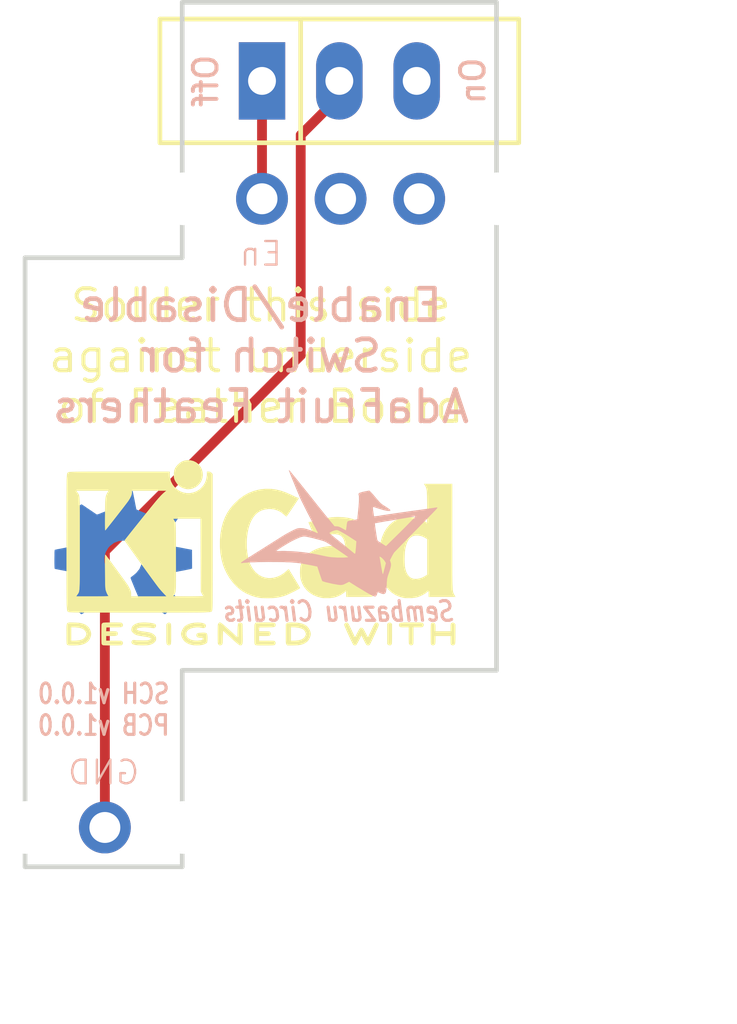
<source format=kicad_pcb>
(kicad_pcb (version 4) (host pcbnew 4.0.6)

  (general
    (links 2)
    (no_connects 0)
    (area 60.139809 34.3154 88.760907 71.183501)
    (thickness 0.8)
    (drawings 18)
    (tracks 6)
    (zones 0)
    (modules 12)
    (nets 3)
  )

  (page User 203.2 127)
  (title_block
    (title "Enable/Diable switch for AdaFruit Feather boards")
    (date 2017-03-27)
    (rev 1.0.0)
    (company "Sembazuru Circuits")
    (comment 1 "v1.0.0 - Initial release.")
  )

  (layers
    (0 F.Cu signal)
    (31 B.Cu signal)
    (32 B.Adhes user)
    (33 F.Adhes user)
    (34 B.Paste user)
    (35 F.Paste user)
    (36 B.SilkS user)
    (37 F.SilkS user)
    (38 B.Mask user)
    (39 F.Mask user)
    (40 Dwgs.User user)
    (41 Cmts.User user)
    (42 Eco1.User user)
    (43 Eco2.User user)
    (44 Edge.Cuts user)
    (45 Margin user)
    (46 B.CrtYd user)
    (47 F.CrtYd user)
    (48 B.Fab user)
    (49 F.Fab user)
  )

  (setup
    (last_trace_width 0.3175)
    (trace_clearance 0.254)
    (zone_clearance 0.508)
    (zone_45_only no)
    (trace_min 0.2)
    (segment_width 0.2)
    (edge_width 0.15)
    (via_size 0.6)
    (via_drill 0.4)
    (via_min_size 0.4)
    (via_min_drill 0.3)
    (uvia_size 0.3)
    (uvia_drill 0.1)
    (uvias_allowed no)
    (uvia_min_size 0.2)
    (uvia_min_drill 0.1)
    (pcb_text_width 0.3)
    (pcb_text_size 1.5 1.5)
    (mod_edge_width 0.15)
    (mod_text_size 1 1)
    (mod_text_width 0.15)
    (pad_size 1.524 1.524)
    (pad_drill 0.762)
    (pad_to_mask_clearance 0.2)
    (aux_axis_origin 0 0)
    (visible_elements 7FFFFF7F)
    (pcbplotparams
      (layerselection 0x00130_80000001)
      (usegerberextensions false)
      (excludeedgelayer true)
      (linewidth 0.100000)
      (plotframeref true)
      (viasonmask false)
      (mode 1)
      (useauxorigin false)
      (hpglpennumber 1)
      (hpglpenspeed 20)
      (hpglpendiameter 15)
      (hpglpenoverlay 2)
      (psnegative false)
      (psa4output false)
      (plotreference true)
      (plotvalue true)
      (plotinvisibletext false)
      (padsonsilk false)
      (subtractmaskfromsilk false)
      (outputformat 4)
      (mirror false)
      (drillshape 0)
      (scaleselection 1)
      (outputdirectory "New folder/"))
  )

  (net 0 "")
  (net 1 "Net-(J1-Pad1)")
  (net 2 "Net-(J2-Pad1)")

  (net_class Default "This is the default net class."
    (clearance 0.254)
    (trace_width 0.3175)
    (via_dia 0.6)
    (via_drill 0.4)
    (uvia_dia 0.3)
    (uvia_drill 0.1)
    (add_net "Net-(J1-Pad1)")
    (add_net "Net-(J2-Pad1)")
  )

  (module CDE_misc:PAD_AdaFruit_Feather locked (layer F.Cu) (tedit 58D9CFE6) (tstamp 58D98B34)
    (at 71.12 43.18)
    (path /58D93305)
    (fp_text reference J1 (at 0 -2.54) (layer F.SilkS) hide
      (effects (font (size 1.27 1.27) (thickness 0.2032)))
    )
    (fp_text value En (at 0 1.778) (layer B.SilkS)
      (effects (font (size 0.762 0.762) (thickness 0.0762)) (justify mirror))
    )
    (pad 1 thru_hole circle (at 0.04 0) (size 1.6764 1.6764) (drill 1) (layers *.Cu *.Mask)
      (net 1 "Net-(J1-Pad1)"))
  )

  (module CDE_misc:PAD_AdaFruit_Feather locked (layer F.Cu) (tedit 58D9CFDA) (tstamp 58D98B39)
    (at 66.04 63.5)
    (path /58D932BC)
    (fp_text reference J2 (at 0 -2.54) (layer F.SilkS) hide
      (effects (font (size 1.27 1.27) (thickness 0.2032)))
    )
    (fp_text value GND (at 0 -1.778) (layer B.SilkS)
      (effects (font (size 0.762 0.762) (thickness 0.0762)) (justify mirror))
    )
    (pad 1 thru_hole circle (at 0.04 0) (size 1.6764 1.6764) (drill 1) (layers *.Cu *.Mask)
      (net 2 "Net-(J2-Pad1)"))
  )

  (module CDE_misc:SW_ADAFRUIT_508 locked (layer F.Cu) (tedit 58D98DC6) (tstamp 58D98B63)
    (at 71.12 39.37)
    (descr https://cdn-shop.adafruit.com/datasheets/EG1218draw.pdf)
    (path /58D97540)
    (fp_text reference SW1 (at 2.54 -3.81) (layer F.SilkS) hide
      (effects (font (size 1.27 1.27) (thickness 0.2032)))
    )
    (fp_text value "Slide Switch" (at 2.54 3.81) (layer F.Fab) hide
      (effects (font (size 1.016 1.016) (thickness 0.0762)))
    )
    (fp_line (start -3.26 -2) (end 8.34 -2) (layer F.SilkS) (width 0.15))
    (fp_line (start 8.34 -2) (end 8.34 2) (layer F.SilkS) (width 0.15))
    (fp_line (start 8.34 2) (end -3.26 2) (layer F.SilkS) (width 0.15))
    (fp_line (start -3.26 2) (end -3.26 -2) (layer F.SilkS) (width 0.15))
    (fp_line (start 1.29 -2) (end 1.29 2) (layer F.SilkS) (width 0.15))
    (pad 1 thru_hole rect (at 0.04 0) (size 1.5 2.5) (drill 0.9) (layers *.Cu *.Mask)
      (net 1 "Net-(J1-Pad1)"))
    (pad 2 thru_hole oval (at 2.54 0) (size 1.5 2.5) (drill 0.9) (layers *.Cu *.Mask)
      (net 2 "Net-(J2-Pad1)"))
    (pad 3 thru_hole oval (at 5.04 0) (size 1.5 2.5) (drill 0.9) (layers *.Cu *.Mask))
  )

  (module logos:crane_0.25in_silkscreen (layer B.Cu) (tedit 0) (tstamp 58D9D0E6)
    (at 73.66 53.975 180)
    (fp_text reference G*** (at 0 -2.27584 180) (layer B.SilkS) hide
      (effects (font (size 0.23368 0.23368) (thickness 0.04572)) (justify mirror))
    )
    (fp_text value LOGO (at 0 2.27584 180) (layer B.SilkS) hide
      (effects (font (size 0.23368 0.23368) (thickness 0.04572)) (justify mirror))
    )
    (fp_poly (pts (xy 3.17754 -0.9652) (xy 3.175 -0.9779) (xy 3.15722 -0.98044) (xy 3.1242 -0.97536)
      (xy 3.05308 -0.96774) (xy 2.96164 -0.96266) (xy 2.84734 -0.95504) (xy 2.72034 -0.9525)
      (xy 2.58064 -0.94742) (xy 2.43332 -0.94488) (xy 2.28092 -0.94234) (xy 2.12852 -0.94488)
      (xy 2.03962 -0.94488) (xy 2.03962 -0.58674) (xy 2.02946 -0.57658) (xy 2.00152 -0.55626)
      (xy 1.9558 -0.52578) (xy 1.89992 -0.48768) (xy 1.83642 -0.44704) (xy 1.76784 -0.4064)
      (xy 1.7018 -0.36576) (xy 1.66878 -0.34544) (xy 1.5621 -0.28448) (xy 1.45542 -0.23114)
      (xy 1.3589 -0.18542) (xy 1.27508 -0.14986) (xy 1.24714 -0.14224) (xy 1.19634 -0.127)
      (xy 1.15824 -0.11938) (xy 1.12014 -0.11938) (xy 1.0668 -0.127) (xy 1.06426 -0.127)
      (xy 0.98298 -0.14478) (xy 0.87884 -0.16764) (xy 0.75946 -0.19812) (xy 0.63246 -0.23114)
      (xy 0.57912 -0.24892) (xy 0.54102 -0.25908) (xy 0.508 -0.26924) (xy 0.47498 -0.28194)
      (xy 0.44196 -0.29718) (xy 0.4064 -0.3175) (xy 0.36068 -0.34544) (xy 0.32258 -0.3683)
      (xy 0.32258 -0.01016) (xy 0.31496 0) (xy 0.28956 0.01778) (xy 0.25146 0.04064)
      (xy 0.20828 0.05842) (xy 0.16256 0.07366) (xy 0.14986 0.07874) (xy 0.10414 0.08636)
      (xy 0.06604 0.08636) (xy 0.04064 0.07874) (xy -0.00508 0.05842) (xy -0.07366 0.02286)
      (xy -0.15494 -0.02286) (xy -0.254 -0.08128) (xy -0.36068 -0.14986) (xy -0.38354 -0.1651)
      (xy -0.55118 -0.27432) (xy -0.54356 -0.39624) (xy -0.53594 -0.49276) (xy -0.52832 -0.56642)
      (xy -0.52324 -0.61976) (xy -0.51816 -0.65532) (xy -0.51054 -0.6731) (xy -0.50546 -0.67818)
      (xy -0.48514 -0.67056) (xy -0.45974 -0.65024) (xy -0.4572 -0.6477) (xy -0.43942 -0.63246)
      (xy -0.40386 -0.60452) (xy -0.35306 -0.56134) (xy -0.28956 -0.51054) (xy -0.2159 -0.44958)
      (xy -0.13208 -0.38354) (xy -0.0508 -0.3175) (xy 0.03048 -0.25146) (xy 0.11176 -0.18796)
      (xy 0.18034 -0.12954) (xy 0.23876 -0.08382) (xy 0.28448 -0.04572) (xy 0.31242 -0.02032)
      (xy 0.32258 -0.01016) (xy 0.32258 -0.3683) (xy 0.3048 -0.381) (xy 0.23368 -0.42672)
      (xy 0.14986 -0.48514) (xy 0.08128 -0.53086) (xy -0.00508 -0.58928) (xy -0.08382 -0.64262)
      (xy -0.1524 -0.69088) (xy -0.21082 -0.73152) (xy -0.254 -0.762) (xy -0.2794 -0.77978)
      (xy -0.28448 -0.78486) (xy -0.27432 -0.79248) (xy -0.24384 -0.79756) (xy -0.19304 -0.8001)
      (xy -0.12954 -0.80264) (xy -0.05588 -0.80264) (xy 0.02032 -0.80264) (xy 0.10414 -0.8001)
      (xy 0.18288 -0.79502) (xy 0.25908 -0.78994) (xy 0.32258 -0.78232) (xy 0.35814 -0.77724)
      (xy 0.42418 -0.76454) (xy 0.49784 -0.7493) (xy 0.5715 -0.73406) (xy 0.58166 -0.73152)
      (xy 0.77216 -0.69088) (xy 0.97282 -0.65532) (xy 1.17856 -0.62738) (xy 1.38176 -0.60706)
      (xy 1.5748 -0.59436) (xy 1.75768 -0.58928) (xy 1.87198 -0.58928) (xy 1.93548 -0.59182)
      (xy 1.98628 -0.59182) (xy 2.02438 -0.58928) (xy 2.03962 -0.58928) (xy 2.03962 -0.58674)
      (xy 2.03962 -0.94488) (xy 1.9939 -0.94488) (xy 1.84404 -0.94742) (xy 1.71196 -0.9525)
      (xy 1.59766 -0.95504) (xy 1.4986 -0.96266) (xy 1.40462 -0.97028) (xy 1.31318 -0.98044)
      (xy 1.22174 -0.99314) (xy 1.12268 -1.01092) (xy 1.01092 -1.03124) (xy 0.889 -1.0541)
      (xy 0.7112 -1.0922) (xy 0.63754 -1.3208) (xy 0.61214 -1.39192) (xy 0.58928 -1.45796)
      (xy 0.5715 -1.50876) (xy 0.55626 -1.54686) (xy 0.55118 -1.55956) (xy 0.52832 -1.56972)
      (xy 0.48768 -1.58242) (xy 0.42926 -1.6002) (xy 0.36068 -1.61544) (xy 0.28448 -1.63322)
      (xy 0.20574 -1.651) (xy 0.12954 -1.6637) (xy 0.06096 -1.6764) (xy 0.00254 -1.68402)
      (xy -0.03556 -1.68656) (xy -0.03556 -1.68656) (xy -0.08128 -1.68402) (xy -0.12192 -1.6764)
      (xy -0.1651 -1.65862) (xy -0.2159 -1.63322) (xy -0.3175 -1.58242) (xy -0.4191 -1.64846)
      (xy -0.4826 -1.68656) (xy -0.55626 -1.73482) (xy -0.63754 -1.78308) (xy -0.7239 -1.83388)
      (xy -0.80518 -1.88468) (xy -0.88138 -1.9304) (xy -0.94996 -1.9685) (xy -1.00076 -1.99644)
      (xy -1.03124 -2.01422) (xy -1.08712 -2.03962) (xy -1.12522 -2.05486) (xy -1.15062 -2.05994)
      (xy -1.15062 0.2921) (xy -1.15062 0.3048) (xy -1.15062 0.3048) (xy -1.16586 0.30988)
      (xy -1.20142 0.31496) (xy -1.2573 0.32766) (xy -1.33096 0.34036) (xy -1.41732 0.3556)
      (xy -1.51384 0.37338) (xy -1.59004 0.38354) (xy -1.7653 0.41402) (xy -1.91516 0.43942)
      (xy -2.0447 0.46228) (xy -2.15138 0.48006) (xy -2.23774 0.4953) (xy -2.30632 0.508)
      (xy -2.35966 0.51816) (xy -2.39776 0.52324) (xy -2.42062 0.52832) (xy -2.42824 0.53086)
      (xy -2.45364 0.53086) (xy -2.45618 0.5207) (xy -2.44856 0.508) (xy -2.42062 0.48006)
      (xy -2.37998 0.43688) (xy -2.3241 0.37846) (xy -2.25806 0.31242) (xy -2.18186 0.23368)
      (xy -2.09804 0.14986) (xy -2.0066 0.05842) (xy -1.9812 0.03302) (xy -1.50876 -0.4318)
      (xy -1.397 -0.36322) (xy -1.3462 -0.3302) (xy -1.30048 -0.29972) (xy -1.26746 -0.2794)
      (xy -1.2573 -0.27178) (xy -1.24206 -0.25908) (xy -1.2319 -0.23876) (xy -1.22174 -0.21082)
      (xy -1.21412 -0.1651) (xy -1.20396 -0.09906) (xy -1.20142 -0.0889) (xy -1.18364 0.03302)
      (xy -1.1684 0.12954) (xy -1.15824 0.20574) (xy -1.15316 0.25908) (xy -1.15062 0.2921)
      (xy -1.15062 -2.05994) (xy -1.15316 -2.05994) (xy -1.17348 -2.05486) (xy -1.17856 -2.05232)
      (xy -1.19634 -2.032) (xy -1.21412 -1.99898) (xy -1.21666 -1.99136) (xy -1.22682 -1.9558)
      (xy -1.23444 -1.9304) (xy -1.23698 -1.92532) (xy -1.24714 -1.92024) (xy -1.27762 -1.9304)
      (xy -1.29794 -1.94056) (xy -1.29794 -0.77216) (xy -1.31064 -0.77216) (xy -1.3335 -0.78232)
      (xy -1.36398 -0.80264) (xy -1.397 -0.83312) (xy -1.43002 -0.86614) (xy -1.45796 -0.9017)
      (xy -1.4732 -0.92202) (xy -1.50622 -0.98044) (xy -1.46558 -1.14046) (xy -1.44526 -1.21412)
      (xy -1.43256 -1.26492) (xy -1.4224 -1.30048) (xy -1.41732 -1.3208) (xy -1.41224 -1.33096)
      (xy -1.40716 -1.3335) (xy -1.40208 -1.3335) (xy -1.397 -1.3208) (xy -1.38938 -1.28778)
      (xy -1.37922 -1.23444) (xy -1.36652 -1.1684) (xy -1.35128 -1.08966) (xy -1.34874 -1.07188)
      (xy -1.33604 -0.99314) (xy -1.32334 -0.91948) (xy -1.31318 -0.85852) (xy -1.30556 -0.81534)
      (xy -1.30048 -0.79248) (xy -1.30048 -0.79248) (xy -1.29794 -0.77216) (xy -1.29794 -1.94056)
      (xy -1.30556 -1.9431) (xy -1.35382 -1.96342) (xy -1.39954 -1.97612) (xy -1.4224 -1.9812)
      (xy -1.45288 -1.97612) (xy -1.47574 -1.96342) (xy -1.49606 -1.93802) (xy -1.50876 -1.89738)
      (xy -1.51892 -1.83642) (xy -1.52654 -1.75514) (xy -1.53162 -1.67386) (xy -1.53416 -1.59512)
      (xy -1.53924 -1.5367) (xy -1.54432 -1.48844) (xy -1.55448 -1.44272) (xy -1.56718 -1.39446)
      (xy -1.5875 -1.33604) (xy -1.6002 -1.30048) (xy -1.63068 -1.21158) (xy -1.651 -1.143)
      (xy -1.6637 -1.08966) (xy -1.66878 -1.04648) (xy -1.66878 -1.00838) (xy -1.66116 -0.97282)
      (xy -1.65608 -0.95504) (xy -1.63322 -0.889) (xy -1.6891 -0.77978) (xy -1.71704 -0.72644)
      (xy -1.74498 -0.67818) (xy -1.76784 -0.64262) (xy -1.77546 -0.63246) (xy -1.7907 -0.61722)
      (xy -1.82118 -0.5842) (xy -1.86944 -0.53594) (xy -1.92786 -0.47498) (xy -1.99898 -0.40132)
      (xy -2.08026 -0.3175) (xy -2.16916 -0.22606) (xy -2.26568 -0.127) (xy -2.36474 -0.0254)
      (xy -2.36474 -0.0254) (xy -2.50698 0.11684) (xy -2.6289 0.24384) (xy -2.73812 0.35306)
      (xy -2.82956 0.44704) (xy -2.9083 0.52832) (xy -2.97434 0.59436) (xy -3.02768 0.65024)
      (xy -3.07086 0.69596) (xy -3.10642 0.73152) (xy -3.13182 0.75946) (xy -3.1496 0.77978)
      (xy -3.1623 0.79502) (xy -3.16738 0.80518) (xy -3.16992 0.81026) (xy -3.16992 0.8128)
      (xy -3.16992 0.81534) (xy -3.16738 0.81534) (xy -3.1496 0.81788) (xy -3.11404 0.81534)
      (xy -3.0861 0.81026) (xy -3.05562 0.80518) (xy -3.00228 0.79756) (xy -2.93116 0.7874)
      (xy -2.84734 0.7747) (xy -2.75082 0.762) (xy -2.65176 0.74676) (xy -2.6289 0.74422)
      (xy -2.44094 0.71882) (xy -2.25552 0.69342) (xy -2.08026 0.66802) (xy -1.91516 0.64516)
      (xy -1.76276 0.6223) (xy -1.62306 0.60198) (xy -1.50368 0.5842) (xy -1.40208 0.56896)
      (xy -1.32334 0.55626) (xy -1.2827 0.54864) (xy -1.22174 0.54102) (xy -1.17094 0.5334)
      (xy -1.13792 0.53086) (xy -1.12268 0.5334) (xy -1.1176 0.54864) (xy -1.11252 0.5842)
      (xy -1.1049 0.63246) (xy -1.09728 0.6858) (xy -1.08966 0.7366) (xy -1.08712 0.78232)
      (xy -1.08458 0.80772) (xy -1.08712 0.82042) (xy -1.0922 0.82804) (xy -1.10236 0.83058)
      (xy -1.12522 0.82804) (xy -1.16332 0.81534) (xy -1.2192 0.79756) (xy -1.2954 0.77216)
      (xy -1.3081 0.76962) (xy -1.38938 0.74422) (xy -1.47066 0.7239) (xy -1.5367 0.7112)
      (xy -1.55194 0.70866) (xy -1.60274 0.70612) (xy -1.63068 0.70612) (xy -1.64338 0.7112)
      (xy -1.64846 0.72136) (xy -1.64846 0.72644) (xy -1.6383 0.74422) (xy -1.61036 0.76962)
      (xy -1.5621 0.80264) (xy -1.50622 0.84074) (xy -1.4478 0.8763) (xy -1.40208 0.90678)
      (xy -1.36652 0.93218) (xy -1.3335 0.96012) (xy -1.30302 0.9906) (xy -1.26746 1.03124)
      (xy -1.22174 1.08204) (xy -1.1811 1.1303) (xy -1.13284 1.18872) (xy -1.08712 1.24206)
      (xy -1.04648 1.28524) (xy -1.016 1.31826) (xy -1.00838 1.32588) (xy -0.96774 1.36398)
      (xy -0.82042 1.33604) (xy -0.73914 1.31826) (xy -0.67818 1.30048) (xy -0.64262 1.28524)
      (xy -0.6223 1.26492) (xy -0.61976 1.2446) (xy -0.61976 1.23698) (xy -0.62738 1.21158)
      (xy -0.63246 1.1811) (xy -0.635 1.143) (xy -0.635 1.09728) (xy -0.635 1.0414)
      (xy -0.62992 0.97028) (xy -0.62484 0.88392) (xy -0.61468 0.77724) (xy -0.60198 0.65024)
      (xy -0.58928 0.52832) (xy -0.58166 0.43688) (xy -0.51562 0.42164) (xy -0.46736 0.41148)
      (xy -0.40894 0.40132) (xy -0.3556 0.39116) (xy -0.31496 0.38608) (xy -0.28956 0.37846)
      (xy -0.26924 0.3683) (xy -0.25908 0.35052) (xy -0.24892 0.3175) (xy -0.2413 0.26924)
      (xy -0.23368 0.19812) (xy -0.22606 0.14478) (xy -0.21844 0.10414) (xy -0.21336 0.08128)
      (xy -0.21082 0.0762) (xy -0.19812 0.08382) (xy -0.16764 0.1016) (xy -0.12446 0.12446)
      (xy -0.09906 0.1397) (xy -0.04064 0.17018) (xy 0.00254 0.1905) (xy 0.04572 0.2032)
      (xy 0.07874 0.20574) (xy 0.15748 0.21082) (xy 0.27686 0.35814) (xy 0.32258 0.41148)
      (xy 0.37846 0.4826) (xy 0.44196 0.56134) (xy 0.51054 0.64516) (xy 0.57404 0.72644)
      (xy 0.59436 0.7493) (xy 0.75438 0.94996) (xy 0.89662 1.1303) (xy 1.02616 1.29286)
      (xy 1.14046 1.4351) (xy 1.24206 1.5621) (xy 1.32842 1.66878) (xy 1.40462 1.76276)
      (xy 1.46812 1.83896) (xy 1.51892 1.90246) (xy 1.55956 1.95326) (xy 1.59258 1.98882)
      (xy 1.6129 2.01168) (xy 1.6256 2.02438) (xy 1.63068 2.02692) (xy 1.62814 2.00914)
      (xy 1.6129 1.9685) (xy 1.59004 1.90246) (xy 1.55448 1.8161) (xy 1.5113 1.70942)
      (xy 1.45796 1.57988) (xy 1.397 1.43002) (xy 1.32588 1.26238) (xy 1.30048 1.20396)
      (xy 1.27 1.1303) (xy 1.22682 1.03632) (xy 1.17348 0.92964) (xy 1.11252 0.80772)
      (xy 1.04648 0.67564) (xy 0.97536 0.53848) (xy 0.9017 0.39878) (xy 0.82804 0.25908)
      (xy 0.79756 0.2032) (xy 0.762 0.13716) (xy 0.73406 0.07874) (xy 0.7112 0.03556)
      (xy 0.69596 0.00508) (xy 0.69342 -0.00254) (xy 0.70358 -0.01016) (xy 0.7239 -0.01016)
      (xy 0.73914 0) (xy 0.75692 0.00762) (xy 0.79502 0.0254) (xy 0.84836 0.04572)
      (xy 0.90932 0.06858) (xy 0.97536 0.09398) (xy 1.03886 0.1143) (xy 1.05156 0.11938)
      (xy 1.14554 0.14224) (xy 1.2446 0.14986) (xy 1.24968 0.14986) (xy 1.29286 0.14986)
      (xy 1.32842 0.14478) (xy 1.36144 0.1397) (xy 1.39954 0.12446) (xy 1.4478 0.10414)
      (xy 1.50622 0.0762) (xy 1.57988 0.0381) (xy 1.66116 -0.00508) (xy 1.7399 -0.04826)
      (xy 1.78562 -0.0762) (xy 1.87706 -0.13208) (xy 1.98374 -0.20066) (xy 2.10566 -0.27686)
      (xy 2.23774 -0.36068) (xy 2.3749 -0.44704) (xy 2.5146 -0.53594) (xy 2.6543 -0.6223)
      (xy 2.78638 -0.70612) (xy 2.83718 -0.73914) (xy 2.921 -0.78994) (xy 2.9972 -0.84074)
      (xy 3.06324 -0.88392) (xy 3.11658 -0.91948) (xy 3.15468 -0.94742) (xy 3.175 -0.96266)
      (xy 3.17754 -0.9652) (xy 3.17754 -0.9652)) (layer B.SilkS) (width 0.00254))
  )

  (module Symbols:KiCad-Logo2_6mm_SilkScreen (layer F.Cu) (tedit 0) (tstamp 58DA0147)
    (at 71.12 54.61)
    (descr "KiCad Logo")
    (tags "Logo KiCad")
    (attr virtual)
    (fp_text reference REF*** (at 0 0) (layer F.SilkS) hide
      (effects (font (size 1 1) (thickness 0.15)))
    )
    (fp_text value KiCad-Logo2_6mm_SilkScreen (at 0.75 0) (layer F.Fab) hide
      (effects (font (size 1 1) (thickness 0.15)))
    )
    (fp_poly (pts (xy -6.121371 2.269066) (xy -6.081889 2.269467) (xy -5.9662 2.272259) (xy -5.869311 2.28055)
      (xy -5.787919 2.295232) (xy -5.718723 2.317193) (xy -5.65842 2.347322) (xy -5.603708 2.38651)
      (xy -5.584167 2.403532) (xy -5.55175 2.443363) (xy -5.52252 2.497413) (xy -5.499991 2.557323)
      (xy -5.487679 2.614739) (xy -5.4864 2.635956) (xy -5.494417 2.694769) (xy -5.515899 2.759013)
      (xy -5.546999 2.819821) (xy -5.583866 2.86833) (xy -5.589854 2.874182) (xy -5.640579 2.915321)
      (xy -5.696125 2.947435) (xy -5.759696 2.971365) (xy -5.834494 2.987953) (xy -5.923722 2.998041)
      (xy -6.030582 3.002469) (xy -6.079528 3.002845) (xy -6.141762 3.002545) (xy -6.185528 3.001292)
      (xy -6.214931 2.998554) (xy -6.234079 2.993801) (xy -6.247077 2.986501) (xy -6.254045 2.980267)
      (xy -6.260626 2.972694) (xy -6.265788 2.962924) (xy -6.269703 2.94834) (xy -6.272543 2.926326)
      (xy -6.27448 2.894264) (xy -6.275684 2.849536) (xy -6.276328 2.789526) (xy -6.276583 2.711617)
      (xy -6.276622 2.635956) (xy -6.27687 2.535041) (xy -6.276817 2.454427) (xy -6.275857 2.415822)
      (xy -6.129867 2.415822) (xy -6.129867 2.856089) (xy -6.036734 2.856004) (xy -5.980693 2.854396)
      (xy -5.921999 2.850256) (xy -5.873028 2.844464) (xy -5.871538 2.844226) (xy -5.792392 2.82509)
      (xy -5.731002 2.795287) (xy -5.684305 2.752878) (xy -5.654635 2.706961) (xy -5.636353 2.656026)
      (xy -5.637771 2.6082) (xy -5.658988 2.556933) (xy -5.700489 2.503899) (xy -5.757998 2.4646)
      (xy -5.83275 2.438331) (xy -5.882708 2.429035) (xy -5.939416 2.422507) (xy -5.999519 2.417782)
      (xy -6.050639 2.415817) (xy -6.053667 2.415808) (xy -6.129867 2.415822) (xy -6.275857 2.415822)
      (xy -6.27526 2.391851) (xy -6.270998 2.345055) (xy -6.26283 2.311778) (xy -6.249556 2.289759)
      (xy -6.229974 2.276739) (xy -6.202883 2.270457) (xy -6.167082 2.268653) (xy -6.121371 2.269066)) (layer F.SilkS) (width 0.01))
    (fp_poly (pts (xy -4.712794 2.269146) (xy -4.643386 2.269518) (xy -4.590997 2.270385) (xy -4.552847 2.271946)
      (xy -4.526159 2.274403) (xy -4.508153 2.277957) (xy -4.496049 2.28281) (xy -4.487069 2.289161)
      (xy -4.483818 2.292084) (xy -4.464043 2.323142) (xy -4.460482 2.358828) (xy -4.473491 2.39051)
      (xy -4.479506 2.396913) (xy -4.489235 2.403121) (xy -4.504901 2.40791) (xy -4.529408 2.411514)
      (xy -4.565661 2.414164) (xy -4.616565 2.416095) (xy -4.685026 2.417539) (xy -4.747617 2.418418)
      (xy -4.995334 2.421467) (xy -4.998719 2.486378) (xy -5.002105 2.551289) (xy -4.833958 2.551289)
      (xy -4.760959 2.551919) (xy -4.707517 2.554553) (xy -4.670628 2.560309) (xy -4.647288 2.570304)
      (xy -4.634494 2.585656) (xy -4.629242 2.607482) (xy -4.628445 2.627738) (xy -4.630923 2.652592)
      (xy -4.640277 2.670906) (xy -4.659383 2.683637) (xy -4.691118 2.691741) (xy -4.738359 2.696176)
      (xy -4.803983 2.697899) (xy -4.839801 2.698045) (xy -5.000978 2.698045) (xy -5.000978 2.856089)
      (xy -4.752622 2.856089) (xy -4.671213 2.856202) (xy -4.609342 2.856712) (xy -4.563968 2.85787)
      (xy -4.532054 2.85993) (xy -4.510559 2.863146) (xy -4.496443 2.867772) (xy -4.486668 2.874059)
      (xy -4.481689 2.878667) (xy -4.46461 2.90556) (xy -4.459111 2.929467) (xy -4.466963 2.958667)
      (xy -4.481689 2.980267) (xy -4.489546 2.987066) (xy -4.499688 2.992346) (xy -4.514844 2.996298)
      (xy -4.537741 2.999113) (xy -4.571109 3.000982) (xy -4.617675 3.002098) (xy -4.680167 3.002651)
      (xy -4.761314 3.002833) (xy -4.803422 3.002845) (xy -4.893598 3.002765) (xy -4.963924 3.002398)
      (xy -5.017129 3.001552) (xy -5.05594 3.000036) (xy -5.083087 2.997659) (xy -5.101298 2.994229)
      (xy -5.1133 2.989554) (xy -5.121822 2.983444) (xy -5.125156 2.980267) (xy -5.131755 2.97267)
      (xy -5.136927 2.96287) (xy -5.140846 2.948239) (xy -5.143684 2.926152) (xy -5.145615 2.893982)
      (xy -5.146812 2.849103) (xy -5.147448 2.788889) (xy -5.147697 2.710713) (xy -5.147734 2.637923)
      (xy -5.1477 2.544707) (xy -5.147465 2.471431) (xy -5.14683 2.415458) (xy -5.145594 2.374151)
      (xy -5.143556 2.344872) (xy -5.140517 2.324984) (xy -5.136277 2.31185) (xy -5.130635 2.302832)
      (xy -5.123391 2.295293) (xy -5.121606 2.293612) (xy -5.112945 2.286172) (xy -5.102882 2.280409)
      (xy -5.088625 2.276112) (xy -5.067383 2.273064) (xy -5.036364 2.271051) (xy -4.992777 2.26986)
      (xy -4.933831 2.269275) (xy -4.856734 2.269083) (xy -4.802001 2.269067) (xy -4.712794 2.269146)) (layer F.SilkS) (width 0.01))
    (fp_poly (pts (xy -3.691703 2.270351) (xy -3.616888 2.275581) (xy -3.547306 2.28375) (xy -3.487002 2.29455)
      (xy -3.44002 2.307673) (xy -3.410406 2.322813) (xy -3.40586 2.327269) (xy -3.390054 2.36185)
      (xy -3.394847 2.397351) (xy -3.419364 2.427725) (xy -3.420534 2.428596) (xy -3.434954 2.437954)
      (xy -3.450008 2.442876) (xy -3.471005 2.443473) (xy -3.503257 2.439861) (xy -3.552073 2.432154)
      (xy -3.556 2.431505) (xy -3.628739 2.422569) (xy -3.707217 2.418161) (xy -3.785927 2.418119)
      (xy -3.859361 2.422279) (xy -3.922011 2.430479) (xy -3.96837 2.442557) (xy -3.971416 2.443771)
      (xy -4.005048 2.462615) (xy -4.016864 2.481685) (xy -4.007614 2.500439) (xy -3.978047 2.518337)
      (xy -3.928911 2.534837) (xy -3.860957 2.549396) (xy -3.815645 2.556406) (xy -3.721456 2.569889)
      (xy -3.646544 2.582214) (xy -3.587717 2.594449) (xy -3.541785 2.607661) (xy -3.505555 2.622917)
      (xy -3.475838 2.641285) (xy -3.449442 2.663831) (xy -3.42823 2.685971) (xy -3.403065 2.716819)
      (xy -3.390681 2.743345) (xy -3.386808 2.776026) (xy -3.386667 2.787995) (xy -3.389576 2.827712)
      (xy -3.401202 2.857259) (xy -3.421323 2.883486) (xy -3.462216 2.923576) (xy -3.507817 2.954149)
      (xy -3.561513 2.976203) (xy -3.626692 2.990735) (xy -3.706744 2.998741) (xy -3.805057 3.001218)
      (xy -3.821289 3.001177) (xy -3.886849 2.999818) (xy -3.951866 2.99673) (xy -4.009252 2.992356)
      (xy -4.051922 2.98714) (xy -4.055372 2.986541) (xy -4.097796 2.976491) (xy -4.13378 2.963796)
      (xy -4.15415 2.95219) (xy -4.173107 2.921572) (xy -4.174427 2.885918) (xy -4.158085 2.854144)
      (xy -4.154429 2.850551) (xy -4.139315 2.839876) (xy -4.120415 2.835276) (xy -4.091162 2.836059)
      (xy -4.055651 2.840127) (xy -4.01597 2.843762) (xy -3.960345 2.846828) (xy -3.895406 2.849053)
      (xy -3.827785 2.850164) (xy -3.81 2.850237) (xy -3.742128 2.849964) (xy -3.692454 2.848646)
      (xy -3.65661 2.845827) (xy -3.630224 2.84105) (xy -3.608926 2.833857) (xy -3.596126 2.827867)
      (xy -3.568 2.811233) (xy -3.550068 2.796168) (xy -3.547447 2.791897) (xy -3.552976 2.774263)
      (xy -3.57926 2.757192) (xy -3.624478 2.741458) (xy -3.686808 2.727838) (xy -3.705171 2.724804)
      (xy -3.80109 2.709738) (xy -3.877641 2.697146) (xy -3.93778 2.686111) (xy -3.98446 2.67572)
      (xy -4.020637 2.665056) (xy -4.049265 2.653205) (xy -4.073298 2.639251) (xy -4.095692 2.622281)
      (xy -4.119402 2.601378) (xy -4.12738 2.594049) (xy -4.155353 2.566699) (xy -4.17016 2.545029)
      (xy -4.175952 2.520232) (xy -4.176889 2.488983) (xy -4.166575 2.427705) (xy -4.135752 2.37564)
      (xy -4.084595 2.332958) (xy -4.013283 2.299825) (xy -3.9624 2.284964) (xy -3.9071 2.275366)
      (xy -3.840853 2.269936) (xy -3.767706 2.268367) (xy -3.691703 2.270351)) (layer F.SilkS) (width 0.01))
    (fp_poly (pts (xy -2.923822 2.291645) (xy -2.917242 2.299218) (xy -2.912079 2.308987) (xy -2.908164 2.323571)
      (xy -2.905324 2.345585) (xy -2.903387 2.377648) (xy -2.902183 2.422375) (xy -2.901539 2.482385)
      (xy -2.901284 2.560294) (xy -2.901245 2.635956) (xy -2.901314 2.729802) (xy -2.901638 2.803689)
      (xy -2.902386 2.860232) (xy -2.903732 2.902049) (xy -2.905846 2.931757) (xy -2.9089 2.951973)
      (xy -2.913066 2.965314) (xy -2.918516 2.974398) (xy -2.923822 2.980267) (xy -2.956826 2.999947)
      (xy -2.991991 2.998181) (xy -3.023455 2.976717) (xy -3.030684 2.968337) (xy -3.036334 2.958614)
      (xy -3.040599 2.944861) (xy -3.043673 2.924389) (xy -3.045752 2.894512) (xy -3.04703 2.852541)
      (xy -3.047701 2.795789) (xy -3.047959 2.721567) (xy -3.048 2.637537) (xy -3.048 2.324485)
      (xy -3.020291 2.296776) (xy -2.986137 2.273463) (xy -2.953006 2.272623) (xy -2.923822 2.291645)) (layer F.SilkS) (width 0.01))
    (fp_poly (pts (xy -1.950081 2.274599) (xy -1.881565 2.286095) (xy -1.828943 2.303967) (xy -1.794708 2.327499)
      (xy -1.785379 2.340924) (xy -1.775893 2.372148) (xy -1.782277 2.400395) (xy -1.80243 2.427182)
      (xy -1.833745 2.439713) (xy -1.879183 2.438696) (xy -1.914326 2.431906) (xy -1.992419 2.418971)
      (xy -2.072226 2.417742) (xy -2.161555 2.428241) (xy -2.186229 2.43269) (xy -2.269291 2.456108)
      (xy -2.334273 2.490945) (xy -2.380461 2.536604) (xy -2.407145 2.592494) (xy -2.412663 2.621388)
      (xy -2.409051 2.680012) (xy -2.385729 2.731879) (xy -2.344824 2.775978) (xy -2.288459 2.811299)
      (xy -2.21876 2.836829) (xy -2.137852 2.851559) (xy -2.04786 2.854478) (xy -1.95091 2.844575)
      (xy -1.945436 2.843641) (xy -1.906875 2.836459) (xy -1.885494 2.829521) (xy -1.876227 2.819227)
      (xy -1.874006 2.801976) (xy -1.873956 2.792841) (xy -1.873956 2.754489) (xy -1.942431 2.754489)
      (xy -2.0029 2.750347) (xy -2.044165 2.737147) (xy -2.068175 2.71373) (xy -2.076877 2.678936)
      (xy -2.076983 2.674394) (xy -2.071892 2.644654) (xy -2.054433 2.623419) (xy -2.021939 2.609366)
      (xy -1.971743 2.601173) (xy -1.923123 2.598161) (xy -1.852456 2.596433) (xy -1.801198 2.59907)
      (xy -1.766239 2.6088) (xy -1.74447 2.628353) (xy -1.73278 2.660456) (xy -1.72806 2.707838)
      (xy -1.7272 2.770071) (xy -1.728609 2.839535) (xy -1.732848 2.886786) (xy -1.739936 2.912012)
      (xy -1.741311 2.913988) (xy -1.780228 2.945508) (xy -1.837286 2.97047) (xy -1.908869 2.98834)
      (xy -1.991358 2.998586) (xy -2.081139 3.000673) (xy -2.174592 2.994068) (xy -2.229556 2.985956)
      (xy -2.315766 2.961554) (xy -2.395892 2.921662) (xy -2.462977 2.869887) (xy -2.473173 2.859539)
      (xy -2.506302 2.816035) (xy -2.536194 2.762118) (xy -2.559357 2.705592) (xy -2.572298 2.654259)
      (xy -2.573858 2.634544) (xy -2.567218 2.593419) (xy -2.549568 2.542252) (xy -2.524297 2.488394)
      (xy -2.494789 2.439195) (xy -2.468719 2.406334) (xy -2.407765 2.357452) (xy -2.328969 2.318545)
      (xy -2.235157 2.290494) (xy -2.12915 2.274179) (xy -2.032 2.270192) (xy -1.950081 2.274599)) (layer F.SilkS) (width 0.01))
    (fp_poly (pts (xy -1.300114 2.273448) (xy -1.276548 2.287273) (xy -1.245735 2.309881) (xy -1.206078 2.342338)
      (xy -1.15598 2.385708) (xy -1.093843 2.441058) (xy -1.018072 2.509451) (xy -0.931334 2.588084)
      (xy -0.750711 2.751878) (xy -0.745067 2.532029) (xy -0.743029 2.456351) (xy -0.741063 2.399994)
      (xy -0.738734 2.359706) (xy -0.735606 2.332235) (xy -0.731245 2.314329) (xy -0.725216 2.302737)
      (xy -0.717084 2.294208) (xy -0.712772 2.290623) (xy -0.678241 2.27167) (xy -0.645383 2.274441)
      (xy -0.619318 2.290633) (xy -0.592667 2.312199) (xy -0.589352 2.627151) (xy -0.588435 2.719779)
      (xy -0.587968 2.792544) (xy -0.588113 2.848161) (xy -0.589032 2.889342) (xy -0.590887 2.918803)
      (xy -0.593839 2.939255) (xy -0.59805 2.953413) (xy -0.603682 2.963991) (xy -0.609927 2.972474)
      (xy -0.623439 2.988207) (xy -0.636883 2.998636) (xy -0.652124 3.002639) (xy -0.671026 2.999094)
      (xy -0.695455 2.986879) (xy -0.727273 2.964871) (xy -0.768348 2.931949) (xy -0.820542 2.886991)
      (xy -0.885722 2.828875) (xy -0.959556 2.762099) (xy -1.224845 2.521458) (xy -1.230489 2.740589)
      (xy -1.232531 2.816128) (xy -1.234502 2.872354) (xy -1.236839 2.912524) (xy -1.239981 2.939896)
      (xy -1.244364 2.957728) (xy -1.250424 2.969279) (xy -1.2586 2.977807) (xy -1.262784 2.981282)
      (xy -1.299765 3.000372) (xy -1.334708 2.997493) (xy -1.365136 2.9731) (xy -1.372097 2.963286)
      (xy -1.377523 2.951826) (xy -1.381603 2.935968) (xy -1.384529 2.912963) (xy -1.386492 2.880062)
      (xy -1.387683 2.834516) (xy -1.388292 2.773573) (xy -1.388511 2.694486) (xy -1.388534 2.635956)
      (xy -1.38846 2.544407) (xy -1.388113 2.472687) (xy -1.387301 2.418045) (xy -1.385833 2.377732)
      (xy -1.383519 2.348998) (xy -1.380167 2.329093) (xy -1.375588 2.315268) (xy -1.369589 2.304772)
      (xy -1.365136 2.298811) (xy -1.35385 2.284691) (xy -1.343301 2.274029) (xy -1.331893 2.267892)
      (xy -1.31803 2.267343) (xy -1.300114 2.273448)) (layer F.SilkS) (width 0.01))
    (fp_poly (pts (xy 0.230343 2.26926) (xy 0.306701 2.270174) (xy 0.365217 2.272311) (xy 0.408255 2.276175)
      (xy 0.438183 2.282267) (xy 0.457368 2.29109) (xy 0.468176 2.303146) (xy 0.472973 2.318939)
      (xy 0.474127 2.33897) (xy 0.474133 2.341335) (xy 0.473131 2.363992) (xy 0.468396 2.381503)
      (xy 0.457333 2.394574) (xy 0.437348 2.403913) (xy 0.405846 2.410227) (xy 0.360232 2.414222)
      (xy 0.297913 2.416606) (xy 0.216293 2.418086) (xy 0.191277 2.418414) (xy -0.0508 2.421467)
      (xy -0.054186 2.486378) (xy -0.057571 2.551289) (xy 0.110576 2.551289) (xy 0.176266 2.551531)
      (xy 0.223172 2.552556) (xy 0.255083 2.554811) (xy 0.275791 2.558742) (xy 0.289084 2.564798)
      (xy 0.298755 2.573424) (xy 0.298817 2.573493) (xy 0.316356 2.607112) (xy 0.315722 2.643448)
      (xy 0.297314 2.674423) (xy 0.293671 2.677607) (xy 0.280741 2.685812) (xy 0.263024 2.691521)
      (xy 0.23657 2.695162) (xy 0.197432 2.697167) (xy 0.141662 2.697964) (xy 0.105994 2.698045)
      (xy -0.056445 2.698045) (xy -0.056445 2.856089) (xy 0.190161 2.856089) (xy 0.27158 2.856231)
      (xy 0.33341 2.856814) (xy 0.378637 2.858068) (xy 0.410248 2.860227) (xy 0.431231 2.863523)
      (xy 0.444573 2.868189) (xy 0.453261 2.874457) (xy 0.45545 2.876733) (xy 0.471614 2.90828)
      (xy 0.472797 2.944168) (xy 0.459536 2.975285) (xy 0.449043 2.985271) (xy 0.438129 2.990769)
      (xy 0.421217 2.995022) (xy 0.395633 2.99818) (xy 0.358701 3.000392) (xy 0.307746 3.001806)
      (xy 0.240094 3.002572) (xy 0.153069 3.002838) (xy 0.133394 3.002845) (xy 0.044911 3.002787)
      (xy -0.023773 3.002467) (xy -0.075436 3.001667) (xy -0.112855 3.000167) (xy -0.13881 2.997749)
      (xy -0.156078 2.994194) (xy -0.167438 2.989282) (xy -0.175668 2.982795) (xy -0.180183 2.978138)
      (xy -0.186979 2.969889) (xy -0.192288 2.959669) (xy -0.196294 2.9448) (xy -0.199179 2.922602)
      (xy -0.201126 2.890393) (xy -0.202319 2.845496) (xy -0.202939 2.785228) (xy -0.203171 2.706911)
      (xy -0.2032 2.640994) (xy -0.203129 2.548628) (xy -0.202792 2.476117) (xy -0.202002 2.420737)
      (xy -0.200574 2.379765) (xy -0.198321 2.350478) (xy -0.195057 2.330153) (xy -0.190596 2.316066)
      (xy -0.184752 2.305495) (xy -0.179803 2.298811) (xy -0.156406 2.269067) (xy 0.133774 2.269067)
      (xy 0.230343 2.26926)) (layer F.SilkS) (width 0.01))
    (fp_poly (pts (xy 1.018309 2.269275) (xy 1.147288 2.273636) (xy 1.256991 2.286861) (xy 1.349226 2.309741)
      (xy 1.425802 2.34307) (xy 1.488527 2.387638) (xy 1.539212 2.444236) (xy 1.579663 2.513658)
      (xy 1.580459 2.515351) (xy 1.604601 2.577483) (xy 1.613203 2.632509) (xy 1.606231 2.687887)
      (xy 1.583654 2.751073) (xy 1.579372 2.760689) (xy 1.550172 2.816966) (xy 1.517356 2.860451)
      (xy 1.475002 2.897417) (xy 1.41719 2.934135) (xy 1.413831 2.936052) (xy 1.363504 2.960227)
      (xy 1.306621 2.978282) (xy 1.239527 2.990839) (xy 1.158565 2.998522) (xy 1.060082 3.001953)
      (xy 1.025286 3.002251) (xy 0.859594 3.002845) (xy 0.836197 2.9731) (xy 0.829257 2.963319)
      (xy 0.823842 2.951897) (xy 0.819765 2.936095) (xy 0.816837 2.913175) (xy 0.814867 2.880396)
      (xy 0.814225 2.856089) (xy 0.970844 2.856089) (xy 1.064726 2.856089) (xy 1.119664 2.854483)
      (xy 1.17606 2.850255) (xy 1.222345 2.844292) (xy 1.225139 2.84379) (xy 1.307348 2.821736)
      (xy 1.371114 2.7886) (xy 1.418452 2.742847) (xy 1.451382 2.682939) (xy 1.457108 2.667061)
      (xy 1.462721 2.642333) (xy 1.460291 2.617902) (xy 1.448467 2.5854) (xy 1.44134 2.569434)
      (xy 1.418 2.527006) (xy 1.38988 2.49724) (xy 1.35894 2.476511) (xy 1.296966 2.449537)
      (xy 1.217651 2.429998) (xy 1.125253 2.418746) (xy 1.058333 2.41627) (xy 0.970844 2.415822)
      (xy 0.970844 2.856089) (xy 0.814225 2.856089) (xy 0.813668 2.835021) (xy 0.81305 2.774311)
      (xy 0.812825 2.695526) (xy 0.8128 2.63392) (xy 0.8128 2.324485) (xy 0.840509 2.296776)
      (xy 0.852806 2.285544) (xy 0.866103 2.277853) (xy 0.884672 2.27304) (xy 0.912786 2.270446)
      (xy 0.954717 2.26941) (xy 1.014737 2.26927) (xy 1.018309 2.269275)) (layer F.SilkS) (width 0.01))
    (fp_poly (pts (xy 3.744665 2.271034) (xy 3.764255 2.278035) (xy 3.76501 2.278377) (xy 3.791613 2.298678)
      (xy 3.80627 2.319561) (xy 3.809138 2.329352) (xy 3.808996 2.342361) (xy 3.804961 2.360895)
      (xy 3.796146 2.387257) (xy 3.781669 2.423752) (xy 3.760645 2.472687) (xy 3.732188 2.536365)
      (xy 3.695415 2.617093) (xy 3.675175 2.661216) (xy 3.638625 2.739985) (xy 3.604315 2.812423)
      (xy 3.573552 2.87588) (xy 3.547648 2.927708) (xy 3.52791 2.965259) (xy 3.51565 2.985884)
      (xy 3.513224 2.988733) (xy 3.482183 3.001302) (xy 3.447121 2.999619) (xy 3.419 2.984332)
      (xy 3.417854 2.983089) (xy 3.406668 2.966154) (xy 3.387904 2.93317) (xy 3.363875 2.88838)
      (xy 3.336897 2.836032) (xy 3.327201 2.816742) (xy 3.254014 2.67015) (xy 3.17424 2.829393)
      (xy 3.145767 2.884415) (xy 3.11935 2.932132) (xy 3.097148 2.968893) (xy 3.081319 2.991044)
      (xy 3.075954 2.995741) (xy 3.034257 3.002102) (xy 2.999849 2.988733) (xy 2.989728 2.974446)
      (xy 2.972214 2.942692) (xy 2.948735 2.896597) (xy 2.92072 2.839285) (xy 2.889599 2.77388)
      (xy 2.856799 2.703507) (xy 2.82375 2.631291) (xy 2.791881 2.560355) (xy 2.762619 2.493825)
      (xy 2.737395 2.434826) (xy 2.717636 2.386481) (xy 2.704772 2.351915) (xy 2.700231 2.334253)
      (xy 2.700277 2.333613) (xy 2.711326 2.311388) (xy 2.73341 2.288753) (xy 2.73471 2.287768)
      (xy 2.761853 2.272425) (xy 2.786958 2.272574) (xy 2.796368 2.275466) (xy 2.807834 2.281718)
      (xy 2.82001 2.294014) (xy 2.834357 2.314908) (xy 2.852336 2.346949) (xy 2.875407 2.392688)
      (xy 2.90503 2.454677) (xy 2.931745 2.511898) (xy 2.96248 2.578226) (xy 2.990021 2.637874)
      (xy 3.012938 2.687725) (xy 3.029798 2.724664) (xy 3.039173 2.745573) (xy 3.04054 2.748845)
      (xy 3.046689 2.743497) (xy 3.060822 2.721109) (xy 3.081057 2.684946) (xy 3.105515 2.638277)
      (xy 3.115248 2.619022) (xy 3.148217 2.554004) (xy 3.173643 2.506654) (xy 3.193612 2.474219)
      (xy 3.21021 2.453946) (xy 3.225524 2.443082) (xy 3.24164 2.438875) (xy 3.252143 2.4384)
      (xy 3.27067 2.440042) (xy 3.286904 2.446831) (xy 3.303035 2.461566) (xy 3.321251 2.487044)
      (xy 3.343739 2.526061) (xy 3.372689 2.581414) (xy 3.388662 2.612903) (xy 3.41457 2.663087)
      (xy 3.437167 2.704704) (xy 3.454458 2.734242) (xy 3.46445 2.748189) (xy 3.465809 2.74877)
      (xy 3.472261 2.737793) (xy 3.486708 2.70929) (xy 3.507703 2.666244) (xy 3.533797 2.611638)
      (xy 3.563546 2.548454) (xy 3.57818 2.517071) (xy 3.61625 2.436078) (xy 3.646905 2.373756)
      (xy 3.671737 2.328071) (xy 3.692337 2.296989) (xy 3.710298 2.278478) (xy 3.72721 2.270504)
      (xy 3.744665 2.271034)) (layer F.SilkS) (width 0.01))
    (fp_poly (pts (xy 4.188614 2.275877) (xy 4.212327 2.290647) (xy 4.238978 2.312227) (xy 4.238978 2.633773)
      (xy 4.238893 2.72783) (xy 4.238529 2.801932) (xy 4.237724 2.858704) (xy 4.236313 2.900768)
      (xy 4.234133 2.930748) (xy 4.231021 2.951267) (xy 4.226814 2.964949) (xy 4.221348 2.974416)
      (xy 4.217472 2.979082) (xy 4.186034 2.999575) (xy 4.150233 2.998739) (xy 4.118873 2.981264)
      (xy 4.092222 2.959684) (xy 4.092222 2.312227) (xy 4.118873 2.290647) (xy 4.144594 2.274949)
      (xy 4.1656 2.269067) (xy 4.188614 2.275877)) (layer F.SilkS) (width 0.01))
    (fp_poly (pts (xy 4.963065 2.269163) (xy 5.041772 2.269542) (xy 5.102863 2.270333) (xy 5.148817 2.27167)
      (xy 5.182114 2.273683) (xy 5.205236 2.276506) (xy 5.220662 2.280269) (xy 5.230871 2.285105)
      (xy 5.235813 2.288822) (xy 5.261457 2.321358) (xy 5.264559 2.355138) (xy 5.248711 2.385826)
      (xy 5.238348 2.398089) (xy 5.227196 2.40645) (xy 5.211035 2.411657) (xy 5.185642 2.414457)
      (xy 5.146798 2.415596) (xy 5.09028 2.415821) (xy 5.07918 2.415822) (xy 4.933244 2.415822)
      (xy 4.933244 2.686756) (xy 4.933148 2.772154) (xy 4.932711 2.837864) (xy 4.931712 2.886774)
      (xy 4.929928 2.921773) (xy 4.927137 2.945749) (xy 4.923117 2.961593) (xy 4.917645 2.972191)
      (xy 4.910666 2.980267) (xy 4.877734 3.000112) (xy 4.843354 2.998548) (xy 4.812176 2.975906)
      (xy 4.809886 2.9731) (xy 4.802429 2.962492) (xy 4.796747 2.950081) (xy 4.792601 2.93285)
      (xy 4.78975 2.907784) (xy 4.787954 2.871867) (xy 4.786972 2.822083) (xy 4.786564 2.755417)
      (xy 4.786489 2.679589) (xy 4.786489 2.415822) (xy 4.647127 2.415822) (xy 4.587322 2.415418)
      (xy 4.545918 2.41384) (xy 4.518748 2.410547) (xy 4.501646 2.404992) (xy 4.490443 2.396631)
      (xy 4.489083 2.395178) (xy 4.472725 2.361939) (xy 4.474172 2.324362) (xy 4.492978 2.291645)
      (xy 4.50025 2.285298) (xy 4.509627 2.280266) (xy 4.523609 2.276396) (xy 4.544696 2.273537)
      (xy 4.575389 2.271535) (xy 4.618189 2.270239) (xy 4.675595 2.269498) (xy 4.75011 2.269158)
      (xy 4.844233 2.269068) (xy 4.86426 2.269067) (xy 4.963065 2.269163)) (layer F.SilkS) (width 0.01))
    (fp_poly (pts (xy 6.228823 2.274533) (xy 6.260202 2.296776) (xy 6.287911 2.324485) (xy 6.287911 2.63392)
      (xy 6.287838 2.725799) (xy 6.287495 2.79784) (xy 6.286692 2.85278) (xy 6.285241 2.89336)
      (xy 6.282952 2.922317) (xy 6.279636 2.942391) (xy 6.275105 2.956321) (xy 6.269169 2.966845)
      (xy 6.264514 2.9731) (xy 6.233783 2.997673) (xy 6.198496 3.000341) (xy 6.166245 2.985271)
      (xy 6.155588 2.976374) (xy 6.148464 2.964557) (xy 6.144167 2.945526) (xy 6.141991 2.914992)
      (xy 6.141228 2.868662) (xy 6.141155 2.832871) (xy 6.141155 2.698045) (xy 5.644444 2.698045)
      (xy 5.644444 2.8207) (xy 5.643931 2.876787) (xy 5.641876 2.915333) (xy 5.637508 2.941361)
      (xy 5.630056 2.959897) (xy 5.621047 2.9731) (xy 5.590144 2.997604) (xy 5.555196 3.000506)
      (xy 5.521738 2.983089) (xy 5.512604 2.973959) (xy 5.506152 2.961855) (xy 5.501897 2.943001)
      (xy 5.499352 2.91362) (xy 5.498029 2.869937) (xy 5.497443 2.808175) (xy 5.497375 2.794)
      (xy 5.496891 2.677631) (xy 5.496641 2.581727) (xy 5.496723 2.504177) (xy 5.497231 2.442869)
      (xy 5.498262 2.39569) (xy 5.499913 2.36053) (xy 5.502279 2.335276) (xy 5.505457 2.317817)
      (xy 5.509544 2.306041) (xy 5.514634 2.297835) (xy 5.520266 2.291645) (xy 5.552128 2.271844)
      (xy 5.585357 2.274533) (xy 5.616735 2.296776) (xy 5.629433 2.311126) (xy 5.637526 2.326978)
      (xy 5.642042 2.349554) (xy 5.644006 2.384078) (xy 5.644444 2.435776) (xy 5.644444 2.551289)
      (xy 6.141155 2.551289) (xy 6.141155 2.432756) (xy 6.141662 2.378148) (xy 6.143698 2.341275)
      (xy 6.148035 2.317307) (xy 6.155447 2.301415) (xy 6.163733 2.291645) (xy 6.195594 2.271844)
      (xy 6.228823 2.274533)) (layer F.SilkS) (width 0.01))
    (fp_poly (pts (xy -2.9464 -2.510946) (xy -2.935535 -2.397007) (xy -2.903918 -2.289384) (xy -2.853015 -2.190385)
      (xy -2.784293 -2.102316) (xy -2.699219 -2.027484) (xy -2.602232 -1.969616) (xy -2.495964 -1.929995)
      (xy -2.38895 -1.911427) (xy -2.2833 -1.912566) (xy -2.181125 -1.93207) (xy -2.084534 -1.968594)
      (xy -1.995638 -2.020795) (xy -1.916546 -2.087327) (xy -1.849369 -2.166848) (xy -1.796217 -2.258013)
      (xy -1.759199 -2.359477) (xy -1.740427 -2.469898) (xy -1.738489 -2.519794) (xy -1.738489 -2.607733)
      (xy -1.68656 -2.607733) (xy -1.650253 -2.604889) (xy -1.623355 -2.593089) (xy -1.596249 -2.569351)
      (xy -1.557867 -2.530969) (xy -1.557867 -0.339398) (xy -1.557876 -0.077261) (xy -1.557908 0.163241)
      (xy -1.557972 0.383048) (xy -1.558076 0.583101) (xy -1.558227 0.764344) (xy -1.558434 0.927716)
      (xy -1.558706 1.07416) (xy -1.55905 1.204617) (xy -1.559474 1.320029) (xy -1.559987 1.421338)
      (xy -1.560597 1.509484) (xy -1.561312 1.58541) (xy -1.56214 1.650057) (xy -1.563089 1.704367)
      (xy -1.564167 1.74928) (xy -1.565383 1.78574) (xy -1.566745 1.814687) (xy -1.568261 1.837063)
      (xy -1.569938 1.853809) (xy -1.571786 1.865868) (xy -1.573813 1.87418) (xy -1.576025 1.879687)
      (xy -1.577108 1.881537) (xy -1.581271 1.888549) (xy -1.584805 1.894996) (xy -1.588635 1.9009)
      (xy -1.593682 1.906286) (xy -1.600871 1.911178) (xy -1.611123 1.915598) (xy -1.625364 1.919572)
      (xy -1.644514 1.923121) (xy -1.669499 1.92627) (xy -1.70124 1.929042) (xy -1.740662 1.931461)
      (xy -1.788686 1.933551) (xy -1.846237 1.935335) (xy -1.914237 1.936837) (xy -1.99361 1.93808)
      (xy -2.085279 1.939089) (xy -2.190166 1.939885) (xy -2.309196 1.940494) (xy -2.44329 1.940939)
      (xy -2.593373 1.941243) (xy -2.760367 1.94143) (xy -2.945196 1.941524) (xy -3.148783 1.941548)
      (xy -3.37205 1.941525) (xy -3.615922 1.94148) (xy -3.881321 1.941437) (xy -3.919704 1.941432)
      (xy -4.186682 1.941389) (xy -4.432002 1.941318) (xy -4.656583 1.941213) (xy -4.861345 1.941066)
      (xy -5.047206 1.940869) (xy -5.215088 1.940616) (xy -5.365908 1.9403) (xy -5.500587 1.939913)
      (xy -5.620044 1.939447) (xy -5.725199 1.938897) (xy -5.816971 1.938253) (xy -5.896279 1.937511)
      (xy -5.964043 1.936661) (xy -6.021182 1.935697) (xy -6.068617 1.934611) (xy -6.107266 1.933397)
      (xy -6.138049 1.932047) (xy -6.161885 1.930555) (xy -6.179694 1.928911) (xy -6.192395 1.927111)
      (xy -6.200908 1.925145) (xy -6.205266 1.923477) (xy -6.213728 1.919906) (xy -6.221497 1.91727)
      (xy -6.228602 1.914634) (xy -6.235073 1.911062) (xy -6.240939 1.905621) (xy -6.246229 1.897375)
      (xy -6.250974 1.88539) (xy -6.255202 1.868731) (xy -6.258943 1.846463) (xy -6.262227 1.817652)
      (xy -6.265083 1.781363) (xy -6.26754 1.736661) (xy -6.269629 1.682611) (xy -6.271378 1.618279)
      (xy -6.272817 1.54273) (xy -6.273976 1.45503) (xy -6.274883 1.354243) (xy -6.275569 1.239434)
      (xy -6.276063 1.10967) (xy -6.276395 0.964015) (xy -6.276593 0.801535) (xy -6.276687 0.621295)
      (xy -6.276708 0.42236) (xy -6.276685 0.203796) (xy -6.276646 -0.035332) (xy -6.276622 -0.29596)
      (xy -6.276622 -0.338111) (xy -6.276636 -0.601008) (xy -6.276661 -0.842268) (xy -6.276671 -1.062835)
      (xy -6.276642 -1.263648) (xy -6.276548 -1.445651) (xy -6.276362 -1.609784) (xy -6.276059 -1.756989)
      (xy -6.275614 -1.888208) (xy -6.275034 -1.998133) (xy -5.972197 -1.998133) (xy -5.932407 -1.940289)
      (xy -5.921236 -1.924521) (xy -5.911166 -1.910559) (xy -5.902138 -1.897216) (xy -5.894097 -1.883307)
      (xy -5.886986 -1.867644) (xy -5.880747 -1.849042) (xy -5.875325 -1.826314) (xy -5.870662 -1.798273)
      (xy -5.866701 -1.763733) (xy -5.863385 -1.721508) (xy -5.860659 -1.670411) (xy -5.858464 -1.609256)
      (xy -5.856745 -1.536856) (xy -5.855444 -1.452025) (xy -5.854505 -1.353578) (xy -5.85387 -1.240326)
      (xy -5.853484 -1.111084) (xy -5.853288 -0.964666) (xy -5.853227 -0.799884) (xy -5.853243 -0.615553)
      (xy -5.85328 -0.410487) (xy -5.853289 -0.287867) (xy -5.853265 -0.070918) (xy -5.853231 0.124642)
      (xy -5.853243 0.299999) (xy -5.853358 0.456341) (xy -5.85363 0.594857) (xy -5.854118 0.716734)
      (xy -5.854876 0.82316) (xy -5.855962 0.915322) (xy -5.857431 0.994409) (xy -5.85934 1.061608)
      (xy -5.861744 1.118107) (xy -5.864701 1.165093) (xy -5.868266 1.203755) (xy -5.872495 1.23528)
      (xy -5.877446 1.260855) (xy -5.883173 1.28167) (xy -5.889733 1.298911) (xy -5.897183 1.313765)
      (xy -5.905579 1.327422) (xy -5.914976 1.341069) (xy -5.925432 1.355893) (xy -5.931523 1.364783)
      (xy -5.970296 1.4224) (xy -5.438732 1.4224) (xy -5.315483 1.422365) (xy -5.212987 1.422215)
      (xy -5.12942 1.421878) (xy -5.062956 1.421286) (xy -5.011771 1.420367) (xy -4.974041 1.419051)
      (xy -4.94794 1.417269) (xy -4.931644 1.414951) (xy -4.923328 1.412026) (xy -4.921168 1.408424)
      (xy -4.923339 1.404075) (xy -4.924535 1.402645) (xy -4.949685 1.365573) (xy -4.975583 1.312772)
      (xy -4.999192 1.25077) (xy -5.007461 1.224357) (xy -5.012078 1.206416) (xy -5.015979 1.185355)
      (xy -5.019248 1.159089) (xy -5.021966 1.125532) (xy -5.024215 1.082599) (xy -5.026077 1.028204)
      (xy -5.027636 0.960262) (xy -5.028972 0.876688) (xy -5.030169 0.775395) (xy -5.031308 0.6543)
      (xy -5.031685 0.6096) (xy -5.032702 0.484449) (xy -5.03346 0.380082) (xy -5.033903 0.294707)
      (xy -5.03397 0.226533) (xy -5.033605 0.173765) (xy -5.032748 0.134614) (xy -5.031341 0.107285)
      (xy -5.029325 0.089986) (xy -5.026643 0.080926) (xy -5.023236 0.078312) (xy -5.019044 0.080351)
      (xy -5.014571 0.084667) (xy -5.004216 0.097602) (xy -4.982158 0.126676) (xy -4.949957 0.169759)
      (xy -4.909174 0.224718) (xy -4.86137 0.289423) (xy -4.808105 0.361742) (xy -4.75094 0.439544)
      (xy -4.691437 0.520698) (xy -4.631155 0.603072) (xy -4.571655 0.684536) (xy -4.514498 0.762957)
      (xy -4.461245 0.836204) (xy -4.413457 0.902147) (xy -4.372693 0.958654) (xy -4.340516 1.003593)
      (xy -4.318485 1.034834) (xy -4.313917 1.041466) (xy -4.290996 1.078369) (xy -4.264188 1.126359)
      (xy -4.238789 1.175897) (xy -4.235568 1.182577) (xy -4.21389 1.230772) (xy -4.201304 1.268334)
      (xy -4.195574 1.30416) (xy -4.194456 1.3462) (xy -4.19509 1.4224) (xy -3.040651 1.4224)
      (xy -3.131815 1.328669) (xy -3.178612 1.278775) (xy -3.228899 1.222295) (xy -3.274944 1.168026)
      (xy -3.295369 1.142673) (xy -3.325807 1.103128) (xy -3.365862 1.049916) (xy -3.414361 0.984667)
      (xy -3.470135 0.909011) (xy -3.532011 0.824577) (xy -3.598819 0.732994) (xy -3.669387 0.635892)
      (xy -3.742545 0.534901) (xy -3.817121 0.43165) (xy -3.891944 0.327768) (xy -3.965843 0.224885)
      (xy -4.037646 0.124631) (xy -4.106184 0.028636) (xy -4.170284 -0.061473) (xy -4.228775 -0.144064)
      (xy -4.280486 -0.217508) (xy -4.324247 -0.280176) (xy -4.358885 -0.330439) (xy -4.38323 -0.366666)
      (xy -4.396111 -0.387229) (xy -4.397869 -0.391332) (xy -4.38991 -0.402658) (xy -4.369115 -0.429838)
      (xy -4.336847 -0.471171) (xy -4.29447 -0.524956) (xy -4.243347 -0.589494) (xy -4.184841 -0.663082)
      (xy -4.120314 -0.744022) (xy -4.051131 -0.830612) (xy -3.978653 -0.921152) (xy -3.904246 -1.01394)
      (xy -3.844517 -1.088298) (xy -2.833511 -1.088298) (xy -2.827602 -1.075341) (xy -2.813272 -1.053092)
      (xy -2.812225 -1.051609) (xy -2.793438 -1.021456) (xy -2.773791 -0.984625) (xy -2.769892 -0.976489)
      (xy -2.766356 -0.96806) (xy -2.76323 -0.957941) (xy -2.760486 -0.94474) (xy -2.758092 -0.927062)
      (xy -2.756019 -0.903516) (xy -2.754235 -0.872707) (xy -2.752712 -0.833243) (xy -2.751419 -0.783731)
      (xy -2.750326 -0.722777) (xy -2.749403 -0.648989) (xy -2.748619 -0.560972) (xy -2.747945 -0.457335)
      (xy -2.74735 -0.336684) (xy -2.746805 -0.197626) (xy -2.746279 -0.038768) (xy -2.745745 0.140089)
      (xy -2.745206 0.325207) (xy -2.744772 0.489145) (xy -2.744509 0.633303) (xy -2.744484 0.759079)
      (xy -2.744765 0.867871) (xy -2.745419 0.961077) (xy -2.746514 1.040097) (xy -2.748118 1.106328)
      (xy -2.750297 1.16117) (xy -2.753119 1.206021) (xy -2.756651 1.242278) (xy -2.760961 1.271341)
      (xy -2.766117 1.294609) (xy -2.772185 1.313479) (xy -2.779233 1.329351) (xy -2.787329 1.343622)
      (xy -2.79654 1.357691) (xy -2.80504 1.370158) (xy -2.822176 1.396452) (xy -2.832322 1.414037)
      (xy -2.833511 1.417257) (xy -2.822604 1.418334) (xy -2.791411 1.419335) (xy -2.742223 1.420235)
      (xy -2.677333 1.42101) (xy -2.59903 1.421637) (xy -2.509607 1.422091) (xy -2.411356 1.422349)
      (xy -2.342445 1.4224) (xy -2.237452 1.42218) (xy -2.14061 1.421548) (xy -2.054107 1.420549)
      (xy -1.980132 1.419227) (xy -1.920874 1.417626) (xy -1.87852 1.415791) (xy -1.85526 1.413765)
      (xy -1.851378 1.412493) (xy -1.859076 1.397591) (xy -1.867074 1.38956) (xy -1.880246 1.372434)
      (xy -1.897485 1.342183) (xy -1.909407 1.317622) (xy -1.936045 1.258711) (xy -1.93912 0.081845)
      (xy -1.942195 -1.095022) (xy -2.387853 -1.095022) (xy -2.48567 -1.094858) (xy -2.576064 -1.094389)
      (xy -2.65663 -1.093653) (xy -2.724962 -1.092684) (xy -2.778656 -1.09152) (xy -2.815305 -1.090197)
      (xy -2.832504 -1.088751) (xy -2.833511 -1.088298) (xy -3.844517 -1.088298) (xy -3.82927 -1.107278)
      (xy -3.75509 -1.199463) (xy -3.683069 -1.288796) (xy -3.614569 -1.373576) (xy -3.550955 -1.452102)
      (xy -3.493588 -1.522674) (xy -3.443833 -1.583591) (xy -3.403052 -1.633153) (xy -3.385888 -1.653822)
      (xy -3.299596 -1.754484) (xy -3.222997 -1.837741) (xy -3.154183 -1.905562) (xy -3.091248 -1.959911)
      (xy -3.081867 -1.967278) (xy -3.042356 -1.997883) (xy -4.174116 -1.998133) (xy -4.168827 -1.950156)
      (xy -4.17213 -1.892812) (xy -4.193661 -1.824537) (xy -4.233635 -1.744788) (xy -4.278943 -1.672505)
      (xy -4.295161 -1.64986) (xy -4.323214 -1.612304) (xy -4.36143 -1.561979) (xy -4.408137 -1.501027)
      (xy -4.461661 -1.431589) (xy -4.520331 -1.355806) (xy -4.582475 -1.27582) (xy -4.646421 -1.193772)
      (xy -4.710495 -1.111804) (xy -4.773027 -1.032057) (xy -4.832343 -0.956673) (xy -4.886771 -0.887793)
      (xy -4.934639 -0.827558) (xy -4.974275 -0.778111) (xy -5.004006 -0.741592) (xy -5.022161 -0.720142)
      (xy -5.02522 -0.716844) (xy -5.028079 -0.724851) (xy -5.030293 -0.755145) (xy -5.031857 -0.807444)
      (xy -5.032767 -0.881469) (xy -5.03302 -0.976937) (xy -5.032613 -1.093566) (xy -5.031704 -1.213555)
      (xy -5.030382 -1.345667) (xy -5.028857 -1.457406) (xy -5.026881 -1.550975) (xy -5.024206 -1.628581)
      (xy -5.020582 -1.692426) (xy -5.015761 -1.744717) (xy -5.009494 -1.787656) (xy -5.001532 -1.823449)
      (xy -4.991627 -1.8543) (xy -4.979531 -1.882414) (xy -4.964993 -1.909995) (xy -4.950311 -1.935034)
      (xy -4.912314 -1.998133) (xy -5.972197 -1.998133) (xy -6.275034 -1.998133) (xy -6.275001 -2.004383)
      (xy -6.274195 -2.106456) (xy -6.27317 -2.195367) (xy -6.2719 -2.272059) (xy -6.27036 -2.337473)
      (xy -6.268524 -2.392551) (xy -6.266367 -2.438235) (xy -6.263863 -2.475466) (xy -6.260987 -2.505187)
      (xy -6.257713 -2.528338) (xy -6.254015 -2.545861) (xy -6.249869 -2.558699) (xy -6.245247 -2.567792)
      (xy -6.240126 -2.574082) (xy -6.234478 -2.578512) (xy -6.228279 -2.582022) (xy -6.221504 -2.585555)
      (xy -6.215508 -2.589124) (xy -6.210275 -2.5917) (xy -6.202099 -2.594028) (xy -6.189886 -2.596122)
      (xy -6.172541 -2.597993) (xy -6.148969 -2.599653) (xy -6.118077 -2.601116) (xy -6.078768 -2.602392)
      (xy -6.02995 -2.603496) (xy -5.970527 -2.604439) (xy -5.899404 -2.605233) (xy -5.815488 -2.605891)
      (xy -5.717683 -2.606425) (xy -5.604894 -2.606847) (xy -5.476029 -2.607171) (xy -5.329991 -2.607408)
      (xy -5.165686 -2.60757) (xy -4.98202 -2.60767) (xy -4.777897 -2.60772) (xy -4.566753 -2.607733)
      (xy -2.9464 -2.607733) (xy -2.9464 -2.510946)) (layer F.SilkS) (width 0.01))
    (fp_poly (pts (xy 0.328429 -2.050929) (xy 0.48857 -2.029755) (xy 0.65251 -1.989615) (xy 0.822313 -1.930111)
      (xy 1.000043 -1.850846) (xy 1.01131 -1.845301) (xy 1.069005 -1.817275) (xy 1.120552 -1.793198)
      (xy 1.162191 -1.774751) (xy 1.190162 -1.763614) (xy 1.199733 -1.761067) (xy 1.21895 -1.756059)
      (xy 1.223561 -1.751853) (xy 1.218458 -1.74142) (xy 1.202418 -1.715132) (xy 1.177288 -1.675743)
      (xy 1.144914 -1.626009) (xy 1.107143 -1.568685) (xy 1.065822 -1.506524) (xy 1.022798 -1.442282)
      (xy 0.979917 -1.378715) (xy 0.939026 -1.318575) (xy 0.901971 -1.26462) (xy 0.8706 -1.219603)
      (xy 0.846759 -1.186279) (xy 0.832294 -1.167403) (xy 0.830309 -1.165213) (xy 0.820191 -1.169862)
      (xy 0.79785 -1.187038) (xy 0.76728 -1.21356) (xy 0.751536 -1.228036) (xy 0.655047 -1.303318)
      (xy 0.548336 -1.358759) (xy 0.432832 -1.393859) (xy 0.309962 -1.40812) (xy 0.240561 -1.406949)
      (xy 0.119423 -1.389788) (xy 0.010205 -1.353906) (xy -0.087418 -1.299041) (xy -0.173772 -1.22493)
      (xy -0.249185 -1.131312) (xy -0.313982 -1.017924) (xy -0.351399 -0.931333) (xy -0.395252 -0.795634)
      (xy -0.427572 -0.64815) (xy -0.448443 -0.492686) (xy -0.457949 -0.333044) (xy -0.456173 -0.173027)
      (xy -0.443197 -0.016439) (xy -0.419106 0.132918) (xy -0.383982 0.27124) (xy -0.337908 0.394724)
      (xy -0.321627 0.428978) (xy -0.25338 0.543064) (xy -0.172921 0.639557) (xy -0.08143 0.71767)
      (xy 0.019911 0.776617) (xy 0.12992 0.815612) (xy 0.247415 0.833868) (xy 0.288883 0.835211)
      (xy 0.410441 0.82429) (xy 0.530878 0.791474) (xy 0.648666 0.737439) (xy 0.762277 0.662865)
      (xy 0.853685 0.584539) (xy 0.900215 0.540008) (xy 1.081483 0.837271) (xy 1.12658 0.911433)
      (xy 1.167819 0.979646) (xy 1.203735 1.039459) (xy 1.232866 1.08842) (xy 1.25375 1.124079)
      (xy 1.264924 1.143984) (xy 1.266375 1.147079) (xy 1.258146 1.156718) (xy 1.232567 1.173999)
      (xy 1.192873 1.197283) (xy 1.142297 1.224934) (xy 1.084074 1.255315) (xy 1.021437 1.28679)
      (xy 0.957621 1.317722) (xy 0.89586 1.346473) (xy 0.839388 1.371408) (xy 0.791438 1.390889)
      (xy 0.767986 1.399318) (xy 0.634221 1.437133) (xy 0.496327 1.462136) (xy 0.348622 1.47514)
      (xy 0.221833 1.477468) (xy 0.153878 1.476373) (xy 0.088277 1.474275) (xy 0.030847 1.471434)
      (xy -0.012597 1.468106) (xy -0.026702 1.466422) (xy -0.165716 1.437587) (xy -0.307243 1.392468)
      (xy -0.444725 1.33375) (xy -0.571606 1.26412) (xy -0.649111 1.211441) (xy -0.776519 1.103239)
      (xy -0.894822 0.976671) (xy -1.001828 0.834866) (xy -1.095348 0.680951) (xy -1.17319 0.518053)
      (xy -1.217044 0.400756) (xy -1.267292 0.217128) (xy -1.300791 0.022581) (xy -1.317551 -0.178675)
      (xy -1.317584 -0.382432) (xy -1.300899 -0.584479) (xy -1.267507 -0.780608) (xy -1.21742 -0.966609)
      (xy -1.213603 -0.978197) (xy -1.150719 -1.14025) (xy -1.073972 -1.288168) (xy -0.980758 -1.426135)
      (xy -0.868473 -1.558339) (xy -0.824608 -1.603601) (xy -0.688466 -1.727543) (xy -0.548509 -1.830085)
      (xy -0.402589 -1.912344) (xy -0.248558 -1.975436) (xy -0.084268 -2.020477) (xy 0.011289 -2.037967)
      (xy 0.170023 -2.053534) (xy 0.328429 -2.050929)) (layer F.SilkS) (width 0.01))
    (fp_poly (pts (xy 2.673574 -1.133448) (xy 2.825492 -1.113433) (xy 2.960756 -1.079798) (xy 3.080239 -1.032275)
      (xy 3.184815 -0.970595) (xy 3.262424 -0.907035) (xy 3.331265 -0.832901) (xy 3.385006 -0.753129)
      (xy 3.42791 -0.660909) (xy 3.443384 -0.617839) (xy 3.456244 -0.578858) (xy 3.467446 -0.542711)
      (xy 3.47712 -0.507566) (xy 3.485396 -0.47159) (xy 3.492403 -0.43295) (xy 3.498272 -0.389815)
      (xy 3.503131 -0.340351) (xy 3.50711 -0.282727) (xy 3.51034 -0.215109) (xy 3.512949 -0.135666)
      (xy 3.515067 -0.042564) (xy 3.516824 0.066027) (xy 3.518349 0.191942) (xy 3.519772 0.337012)
      (xy 3.521025 0.479778) (xy 3.522351 0.635968) (xy 3.523556 0.771239) (xy 3.524766 0.887246)
      (xy 3.526106 0.985645) (xy 3.5277 1.068093) (xy 3.529675 1.136246) (xy 3.532156 1.19176)
      (xy 3.535269 1.236292) (xy 3.539138 1.271498) (xy 3.543889 1.299034) (xy 3.549648 1.320556)
      (xy 3.556539 1.337722) (xy 3.564689 1.352186) (xy 3.574223 1.365606) (xy 3.585266 1.379638)
      (xy 3.589566 1.385071) (xy 3.605386 1.40791) (xy 3.612422 1.423463) (xy 3.612444 1.423922)
      (xy 3.601567 1.426121) (xy 3.570582 1.428147) (xy 3.521957 1.429942) (xy 3.458163 1.431451)
      (xy 3.381669 1.432616) (xy 3.294944 1.43338) (xy 3.200457 1.433686) (xy 3.18955 1.433689)
      (xy 2.766657 1.433689) (xy 2.763395 1.337622) (xy 2.760133 1.241556) (xy 2.698044 1.292543)
      (xy 2.600714 1.360057) (xy 2.490813 1.414749) (xy 2.404349 1.444978) (xy 2.335278 1.459666)
      (xy 2.251925 1.469659) (xy 2.162159 1.474646) (xy 2.073845 1.474313) (xy 1.994851 1.468351)
      (xy 1.958622 1.462638) (xy 1.818603 1.424776) (xy 1.692178 1.369932) (xy 1.58026 1.298924)
      (xy 1.483762 1.212568) (xy 1.4036 1.111679) (xy 1.340687 0.997076) (xy 1.296312 0.870984)
      (xy 1.283978 0.814401) (xy 1.276368 0.752202) (xy 1.272739 0.677363) (xy 1.272245 0.643467)
      (xy 1.27231 0.640282) (xy 2.032248 0.640282) (xy 2.041541 0.715333) (xy 2.069728 0.77916)
      (xy 2.118197 0.834798) (xy 2.123254 0.839211) (xy 2.171548 0.874037) (xy 2.223257 0.89662)
      (xy 2.283989 0.90854) (xy 2.359352 0.911383) (xy 2.377459 0.910978) (xy 2.431278 0.908325)
      (xy 2.471308 0.902909) (xy 2.506324 0.892745) (xy 2.545103 0.87585) (xy 2.555745 0.870672)
      (xy 2.616396 0.834844) (xy 2.663215 0.792212) (xy 2.675952 0.776973) (xy 2.720622 0.720462)
      (xy 2.720622 0.524586) (xy 2.720086 0.445939) (xy 2.718396 0.387988) (xy 2.715428 0.348875)
      (xy 2.711057 0.326741) (xy 2.706972 0.320274) (xy 2.691047 0.317111) (xy 2.657264 0.314488)
      (xy 2.61034 0.312655) (xy 2.554993 0.311857) (xy 2.546106 0.311842) (xy 2.42533 0.317096)
      (xy 2.32266 0.333263) (xy 2.236106 0.360961) (xy 2.163681 0.400808) (xy 2.108751 0.447758)
      (xy 2.064204 0.505645) (xy 2.03948 0.568693) (xy 2.032248 0.640282) (xy 1.27231 0.640282)
      (xy 1.274178 0.549712) (xy 1.282522 0.470812) (xy 1.298768 0.39959) (xy 1.324405 0.328864)
      (xy 1.348401 0.276493) (xy 1.40702 0.181196) (xy 1.485117 0.09317) (xy 1.580315 0.014017)
      (xy 1.690238 -0.05466) (xy 1.81251 -0.111259) (xy 1.944755 -0.154179) (xy 2.009422 -0.169118)
      (xy 2.145604 -0.191223) (xy 2.294049 -0.205806) (xy 2.445505 -0.212187) (xy 2.572064 -0.210555)
      (xy 2.73395 -0.203776) (xy 2.72653 -0.262755) (xy 2.707238 -0.361908) (xy 2.676104 -0.442628)
      (xy 2.632269 -0.505534) (xy 2.574871 -0.551244) (xy 2.503048 -0.580378) (xy 2.415941 -0.593553)
      (xy 2.312686 -0.591389) (xy 2.274711 -0.587388) (xy 2.13352 -0.56222) (xy 1.996707 -0.521186)
      (xy 1.902178 -0.483185) (xy 1.857018 -0.46381) (xy 1.818585 -0.44824) (xy 1.792234 -0.438595)
      (xy 1.784546 -0.436548) (xy 1.774802 -0.445626) (xy 1.758083 -0.474595) (xy 1.734232 -0.523783)
      (xy 1.703093 -0.593516) (xy 1.664507 -0.684121) (xy 1.65791 -0.699911) (xy 1.627853 -0.772228)
      (xy 1.600874 -0.837575) (xy 1.578136 -0.893094) (xy 1.560806 -0.935928) (xy 1.550048 -0.963219)
      (xy 1.546941 -0.972058) (xy 1.55694 -0.976813) (xy 1.583217 -0.98209) (xy 1.611489 -0.985769)
      (xy 1.641646 -0.990526) (xy 1.689433 -0.999972) (xy 1.750612 -1.01318) (xy 1.820946 -1.029224)
      (xy 1.896194 -1.04718) (xy 1.924755 -1.054203) (xy 2.029816 -1.079791) (xy 2.11748 -1.099853)
      (xy 2.192068 -1.115031) (xy 2.257903 -1.125965) (xy 2.319307 -1.133296) (xy 2.380602 -1.137665)
      (xy 2.44611 -1.139713) (xy 2.504128 -1.140111) (xy 2.673574 -1.133448)) (layer F.SilkS) (width 0.01))
    (fp_poly (pts (xy 6.186507 -0.527755) (xy 6.186526 -0.293338) (xy 6.186552 -0.080397) (xy 6.186625 0.112168)
      (xy 6.186782 0.285459) (xy 6.187064 0.440576) (xy 6.187509 0.57862) (xy 6.188156 0.700692)
      (xy 6.189045 0.807894) (xy 6.190213 0.901326) (xy 6.191701 0.98209) (xy 6.193546 1.051286)
      (xy 6.195789 1.110015) (xy 6.198469 1.159379) (xy 6.201623 1.200478) (xy 6.205292 1.234413)
      (xy 6.209513 1.262286) (xy 6.214327 1.285198) (xy 6.219773 1.304249) (xy 6.225888 1.32054)
      (xy 6.232712 1.335173) (xy 6.240285 1.349249) (xy 6.248645 1.363868) (xy 6.253839 1.372974)
      (xy 6.288104 1.433689) (xy 5.429955 1.433689) (xy 5.429955 1.337733) (xy 5.429224 1.29437)
      (xy 5.427272 1.261205) (xy 5.424463 1.243424) (xy 5.423221 1.241778) (xy 5.411799 1.248662)
      (xy 5.389084 1.266505) (xy 5.366385 1.285879) (xy 5.3118 1.326614) (xy 5.242321 1.367617)
      (xy 5.16527 1.405123) (xy 5.087965 1.435364) (xy 5.057113 1.445012) (xy 4.988616 1.459578)
      (xy 4.905764 1.469539) (xy 4.816371 1.474583) (xy 4.728248 1.474396) (xy 4.649207 1.468666)
      (xy 4.611511 1.462858) (xy 4.473414 1.424797) (xy 4.346113 1.367073) (xy 4.230292 1.290211)
      (xy 4.126637 1.194739) (xy 4.035833 1.081179) (xy 3.969031 0.970381) (xy 3.914164 0.853625)
      (xy 3.872163 0.734276) (xy 3.842167 0.608283) (xy 3.823311 0.471594) (xy 3.814732 0.320158)
      (xy 3.814006 0.242711) (xy 3.8161 0.185934) (xy 4.645217 0.185934) (xy 4.645424 0.279002)
      (xy 4.648337 0.366692) (xy 4.654 0.443772) (xy 4.662455 0.505009) (xy 4.665038 0.51735)
      (xy 4.69684 0.624633) (xy 4.738498 0.711658) (xy 4.790363 0.778642) (xy 4.852781 0.825805)
      (xy 4.9261 0.853365) (xy 5.010669 0.861541) (xy 5.106835 0.850551) (xy 5.170311 0.834829)
      (xy 5.219454 0.816639) (xy 5.273583 0.790791) (xy 5.314244 0.767089) (xy 5.3848 0.720721)
      (xy 5.3848 -0.42947) (xy 5.317392 -0.473038) (xy 5.238867 -0.51396) (xy 5.154681 -0.540611)
      (xy 5.069557 -0.552535) (xy 4.988216 -0.549278) (xy 4.91538 -0.530385) (xy 4.883426 -0.514816)
      (xy 4.825501 -0.471819) (xy 4.776544 -0.415047) (xy 4.73539 -0.342425) (xy 4.700874 -0.251879)
      (xy 4.671833 -0.141334) (xy 4.670552 -0.135467) (xy 4.660381 -0.073212) (xy 4.652739 0.004594)
      (xy 4.64767 0.09272) (xy 4.645217 0.185934) (xy 3.8161 0.185934) (xy 3.821857 0.029895)
      (xy 3.843802 -0.165941) (xy 3.879786 -0.344668) (xy 3.929759 -0.506155) (xy 3.993668 -0.650274)
      (xy 4.071462 -0.776894) (xy 4.163089 -0.885885) (xy 4.268497 -0.977117) (xy 4.313662 -1.008068)
      (xy 4.414611 -1.064215) (xy 4.517901 -1.103826) (xy 4.627989 -1.127986) (xy 4.74933 -1.137781)
      (xy 4.841836 -1.136735) (xy 4.97149 -1.125769) (xy 5.084084 -1.103954) (xy 5.182875 -1.070286)
      (xy 5.271121 -1.023764) (xy 5.319986 -0.989552) (xy 5.349353 -0.967638) (xy 5.371043 -0.952667)
      (xy 5.379253 -0.948267) (xy 5.380868 -0.959096) (xy 5.382159 -0.989749) (xy 5.383138 -1.037474)
      (xy 5.383817 -1.099521) (xy 5.38421 -1.173138) (xy 5.38433 -1.255573) (xy 5.384188 -1.344075)
      (xy 5.383797 -1.435893) (xy 5.383171 -1.528276) (xy 5.38232 -1.618472) (xy 5.38126 -1.703729)
      (xy 5.380001 -1.781297) (xy 5.378556 -1.848424) (xy 5.376938 -1.902359) (xy 5.375161 -1.94035)
      (xy 5.374669 -1.947333) (xy 5.367092 -2.017749) (xy 5.355531 -2.072898) (xy 5.337792 -2.120019)
      (xy 5.311682 -2.166353) (xy 5.305415 -2.175933) (xy 5.280983 -2.212622) (xy 6.186311 -2.212622)
      (xy 6.186507 -0.527755)) (layer F.SilkS) (width 0.01))
    (fp_poly (pts (xy -2.273043 -2.973429) (xy -2.176768 -2.949191) (xy -2.090184 -2.906359) (xy -2.015373 -2.846581)
      (xy -1.954418 -2.771506) (xy -1.909399 -2.68278) (xy -1.883136 -2.58647) (xy -1.877286 -2.489205)
      (xy -1.89214 -2.395346) (xy -1.92584 -2.307489) (xy -1.976528 -2.22823) (xy -2.042345 -2.160164)
      (xy -2.121434 -2.105888) (xy -2.211934 -2.067998) (xy -2.2632 -2.055574) (xy -2.307698 -2.048053)
      (xy -2.341999 -2.045081) (xy -2.37496 -2.046906) (xy -2.415434 -2.053775) (xy -2.448531 -2.06075)
      (xy -2.541947 -2.092259) (xy -2.625619 -2.143383) (xy -2.697665 -2.212571) (xy -2.7562 -2.298272)
      (xy -2.770148 -2.325511) (xy -2.786586 -2.361878) (xy -2.796894 -2.392418) (xy -2.80246 -2.42455)
      (xy -2.804669 -2.465693) (xy -2.804948 -2.511778) (xy -2.800861 -2.596135) (xy -2.787446 -2.665414)
      (xy -2.762256 -2.726039) (xy -2.722846 -2.784433) (xy -2.684298 -2.828698) (xy -2.612406 -2.894516)
      (xy -2.537313 -2.939947) (xy -2.454562 -2.96715) (xy -2.376928 -2.977424) (xy -2.273043 -2.973429)) (layer F.SilkS) (width 0.01))
  )

  (module logos:OSHW_04mm_copper_noMask (layer B.Cu) (tedit 0) (tstamp 58DA3E93)
    (at 66.675 54.61 180)
    (fp_text reference G*** (at 0 -2.35966 180) (layer B.SilkS) hide
      (effects (font (size 0.2032 0.2032) (thickness 0.04064)) (justify mirror))
    )
    (fp_text value LOGO (at 0 2.35966 180) (layer B.SilkS) hide
      (effects (font (size 0.2032 0.2032) (thickness 0.04064)) (justify mirror))
    )
    (fp_poly (pts (xy -1.34874 -1.99898) (xy -1.32588 -1.98628) (xy -1.27254 -1.95326) (xy -1.19888 -1.905)
      (xy -1.10998 -1.84658) (xy -1.02362 -1.78562) (xy -0.94996 -1.73736) (xy -0.89916 -1.70434)
      (xy -0.87884 -1.69418) (xy -0.86614 -1.69672) (xy -0.8255 -1.71704) (xy -0.76454 -1.75006)
      (xy -0.72898 -1.76784) (xy -0.6731 -1.7907) (xy -0.64516 -1.79578) (xy -0.64008 -1.78816)
      (xy -0.61976 -1.74752) (xy -0.58928 -1.67386) (xy -0.5461 -1.57734) (xy -0.49784 -1.46304)
      (xy -0.44704 -1.34112) (xy -0.3937 -1.2192) (xy -0.34544 -1.09982) (xy -0.30226 -0.99314)
      (xy -0.2667 -0.90678) (xy -0.24384 -0.84582) (xy -0.23622 -0.82042) (xy -0.23876 -0.81534)
      (xy -0.2667 -0.7874) (xy -0.31496 -0.75184) (xy -0.4191 -0.66548) (xy -0.52324 -0.53594)
      (xy -0.58674 -0.38862) (xy -0.6096 -0.22352) (xy -0.59182 -0.07366) (xy -0.53086 0.07112)
      (xy -0.42926 0.2032) (xy -0.3048 0.29972) (xy -0.16256 0.36322) (xy 0 0.38354)
      (xy 0.15494 0.36576) (xy 0.30226 0.30734) (xy 0.43434 0.20574) (xy 0.49022 0.14224)
      (xy 0.56642 0.01016) (xy 0.6096 -0.13208) (xy 0.61468 -0.16764) (xy 0.60706 -0.32512)
      (xy 0.56134 -0.47498) (xy 0.48006 -0.60706) (xy 0.36576 -0.71882) (xy 0.35052 -0.72898)
      (xy 0.29718 -0.76708) (xy 0.26162 -0.79502) (xy 0.23368 -0.81788) (xy 0.4318 -1.29794)
      (xy 0.46482 -1.37414) (xy 0.51816 -1.50368) (xy 0.56642 -1.61798) (xy 0.60706 -1.70688)
      (xy 0.63246 -1.76784) (xy 0.64516 -1.7907) (xy 0.64516 -1.79324) (xy 0.66294 -1.79578)
      (xy 0.6985 -1.78308) (xy 0.76708 -1.75006) (xy 0.81026 -1.7272) (xy 0.86106 -1.7018)
      (xy 0.88392 -1.69418) (xy 0.90424 -1.70434) (xy 0.9525 -1.73482) (xy 1.02362 -1.78308)
      (xy 1.10998 -1.8415) (xy 1.19126 -1.89738) (xy 1.26492 -1.94564) (xy 1.3208 -1.9812)
      (xy 1.3462 -1.99644) (xy 1.35128 -1.99644) (xy 1.37414 -1.98374) (xy 1.41732 -1.94564)
      (xy 1.48336 -1.88468) (xy 1.5748 -1.79324) (xy 1.59004 -1.78054) (xy 1.66624 -1.7018)
      (xy 1.7272 -1.6383) (xy 1.76784 -1.59258) (xy 1.78308 -1.56972) (xy 1.78308 -1.56972)
      (xy 1.77038 -1.54432) (xy 1.73482 -1.49098) (xy 1.68656 -1.41478) (xy 1.6256 -1.32588)
      (xy 1.46558 -1.09474) (xy 1.55448 -0.8763) (xy 1.57988 -0.81026) (xy 1.61544 -0.72898)
      (xy 1.64084 -0.6731) (xy 1.65354 -0.6477) (xy 1.6764 -0.63754) (xy 1.73482 -0.62484)
      (xy 1.82118 -0.60706) (xy 1.92532 -0.58674) (xy 2.02438 -0.56896) (xy 2.11074 -0.55118)
      (xy 2.17678 -0.53848) (xy 2.20472 -0.5334) (xy 2.21234 -0.53086) (xy 2.21742 -0.51562)
      (xy 2.21996 -0.48514) (xy 2.2225 -0.4318) (xy 2.22504 -0.34798) (xy 2.22504 -0.22352)
      (xy 2.22504 -0.21082) (xy 2.2225 -0.09398) (xy 2.2225 0) (xy 2.21742 0.05842)
      (xy 2.21488 0.08382) (xy 2.21488 0.08382) (xy 2.18694 0.0889) (xy 2.12344 0.10414)
      (xy 2.03454 0.11938) (xy 1.9304 0.1397) (xy 1.92278 0.14224) (xy 1.81864 0.16256)
      (xy 1.72974 0.18034) (xy 1.66878 0.19558) (xy 1.64084 0.2032) (xy 1.63576 0.21082)
      (xy 1.61544 0.25146) (xy 1.58496 0.3175) (xy 1.5494 0.39624) (xy 1.51638 0.48006)
      (xy 1.4859 0.55372) (xy 1.46558 0.6096) (xy 1.4605 0.635) (xy 1.4605 0.635)
      (xy 1.47574 0.6604) (xy 1.5113 0.71374) (xy 1.5621 0.78994) (xy 1.6256 0.87884)
      (xy 1.62814 0.88646) (xy 1.6891 0.97536) (xy 1.7399 1.05156) (xy 1.77038 1.1049)
      (xy 1.78308 1.12776) (xy 1.78308 1.1303) (xy 1.76276 1.1557) (xy 1.71704 1.2065)
      (xy 1.65354 1.27508) (xy 1.5748 1.35382) (xy 1.5494 1.37922) (xy 1.46304 1.46304)
      (xy 1.40462 1.51892) (xy 1.36652 1.54686) (xy 1.34874 1.55448) (xy 1.34874 1.55448)
      (xy 1.3208 1.5367) (xy 1.26492 1.50114) (xy 1.18872 1.4478) (xy 1.09728 1.38684)
      (xy 1.0922 1.3843) (xy 1.0033 1.32334) (xy 0.92964 1.27254) (xy 0.8763 1.23698)
      (xy 0.85344 1.22428) (xy 0.84836 1.22428) (xy 0.8128 1.23444) (xy 0.7493 1.2573)
      (xy 0.6731 1.28778) (xy 0.58928 1.3208) (xy 0.51562 1.35128) (xy 0.45974 1.37668)
      (xy 0.4318 1.39192) (xy 0.4318 1.39446) (xy 0.42164 1.42494) (xy 0.4064 1.49098)
      (xy 0.38862 1.58242) (xy 0.3683 1.69164) (xy 0.36322 1.70942) (xy 0.3429 1.8161)
      (xy 0.32766 1.90246) (xy 0.31496 1.96342) (xy 0.30734 1.98882) (xy 0.2921 1.99136)
      (xy 0.2413 1.99644) (xy 0.16256 1.99898) (xy 0.06604 1.99898) (xy -0.03302 1.99898)
      (xy -0.13208 1.99644) (xy -0.2159 1.9939) (xy -0.27432 1.98882) (xy -0.29972 1.98374)
      (xy -0.30226 1.98374) (xy -0.30988 1.95072) (xy -0.32512 1.88468) (xy -0.3429 1.7907)
      (xy -0.36576 1.68148) (xy -0.3683 1.6637) (xy -0.38862 1.55702) (xy -0.4064 1.47066)
      (xy -0.4191 1.4097) (xy -0.42672 1.38684) (xy -0.43434 1.38176) (xy -0.48006 1.36398)
      (xy -0.55118 1.3335) (xy -0.63754 1.29794) (xy -0.84074 1.21666) (xy -1.0922 1.38684)
      (xy -1.11506 1.40208) (xy -1.20396 1.46304) (xy -1.27762 1.51384) (xy -1.32842 1.54686)
      (xy -1.35128 1.55702) (xy -1.35128 1.55702) (xy -1.37668 1.53416) (xy -1.42748 1.48844)
      (xy -1.49352 1.4224) (xy -1.57226 1.34366) (xy -1.63068 1.28778) (xy -1.69926 1.21666)
      (xy -1.74498 1.1684) (xy -1.76784 1.13792) (xy -1.77546 1.12014) (xy -1.77292 1.10744)
      (xy -1.75768 1.08204) (xy -1.72212 1.0287) (xy -1.66878 0.9525) (xy -1.60782 0.8636)
      (xy -1.55956 0.78994) (xy -1.50368 0.70612) (xy -1.46812 0.64516) (xy -1.45796 0.61722)
      (xy -1.4605 0.60452) (xy -1.47828 0.55626) (xy -1.50622 0.4826) (xy -1.54432 0.3937)
      (xy -1.63068 0.19558) (xy -1.76022 0.17018) (xy -1.83896 0.15748) (xy -1.95072 0.13462)
      (xy -2.05486 0.1143) (xy -2.21996 0.08382) (xy -2.22504 -0.51816) (xy -2.19964 -0.52832)
      (xy -2.17424 -0.53594) (xy -2.11328 -0.54864) (xy -2.02692 -0.56642) (xy -1.92532 -0.58674)
      (xy -1.83896 -0.60198) (xy -1.75006 -0.61976) (xy -1.68656 -0.63246) (xy -1.65862 -0.63754)
      (xy -1.651 -0.6477) (xy -1.63068 -0.68834) (xy -1.59766 -0.75692) (xy -1.56464 -0.8382)
      (xy -1.52908 -0.92202) (xy -1.4986 -1.00076) (xy -1.47574 -1.05918) (xy -1.46812 -1.0922)
      (xy -1.48082 -1.11506) (xy -1.51384 -1.16586) (xy -1.5621 -1.23952) (xy -1.62052 -1.32588)
      (xy -1.68148 -1.41478) (xy -1.73228 -1.48844) (xy -1.7653 -1.54178) (xy -1.78054 -1.56718)
      (xy -1.77292 -1.58496) (xy -1.7399 -1.6256) (xy -1.67386 -1.69418) (xy -1.5748 -1.7907)
      (xy -1.55956 -1.80594) (xy -1.48082 -1.88214) (xy -1.41478 -1.9431) (xy -1.36906 -1.98374)
      (xy -1.34874 -1.99898)) (layer B.Cu) (width 0.00254))
    (fp_poly (pts (xy -1.34874 -1.99898) (xy -1.32588 -1.98628) (xy -1.27254 -1.95326) (xy -1.19888 -1.905)
      (xy -1.10998 -1.84658) (xy -1.02362 -1.78562) (xy -0.94996 -1.73736) (xy -0.89916 -1.70434)
      (xy -0.87884 -1.69418) (xy -0.86614 -1.69672) (xy -0.8255 -1.71704) (xy -0.76454 -1.75006)
      (xy -0.72898 -1.76784) (xy -0.6731 -1.7907) (xy -0.64516 -1.79578) (xy -0.64008 -1.78816)
      (xy -0.61976 -1.74752) (xy -0.58928 -1.67386) (xy -0.5461 -1.57734) (xy -0.49784 -1.46304)
      (xy -0.44704 -1.34112) (xy -0.3937 -1.2192) (xy -0.34544 -1.09982) (xy -0.30226 -0.99314)
      (xy -0.2667 -0.90678) (xy -0.24384 -0.84582) (xy -0.23622 -0.82042) (xy -0.23876 -0.81534)
      (xy -0.2667 -0.7874) (xy -0.31496 -0.75184) (xy -0.4191 -0.66548) (xy -0.52324 -0.53594)
      (xy -0.58674 -0.38862) (xy -0.6096 -0.22352) (xy -0.59182 -0.07366) (xy -0.53086 0.07112)
      (xy -0.42926 0.2032) (xy -0.3048 0.29972) (xy -0.16256 0.36322) (xy 0 0.38354)
      (xy 0.15494 0.36576) (xy 0.30226 0.30734) (xy 0.43434 0.20574) (xy 0.49022 0.14224)
      (xy 0.56642 0.01016) (xy 0.6096 -0.13208) (xy 0.61468 -0.16764) (xy 0.60706 -0.32512)
      (xy 0.56134 -0.47498) (xy 0.48006 -0.60706) (xy 0.36576 -0.71882) (xy 0.35052 -0.72898)
      (xy 0.29718 -0.76708) (xy 0.26162 -0.79502) (xy 0.23368 -0.81788) (xy 0.4318 -1.29794)
      (xy 0.46482 -1.37414) (xy 0.51816 -1.50368) (xy 0.56642 -1.61798) (xy 0.60706 -1.70688)
      (xy 0.63246 -1.76784) (xy 0.64516 -1.7907) (xy 0.64516 -1.79324) (xy 0.66294 -1.79578)
      (xy 0.6985 -1.78308) (xy 0.76708 -1.75006) (xy 0.81026 -1.7272) (xy 0.86106 -1.7018)
      (xy 0.88392 -1.69418) (xy 0.90424 -1.70434) (xy 0.9525 -1.73482) (xy 1.02362 -1.78308)
      (xy 1.10998 -1.8415) (xy 1.19126 -1.89738) (xy 1.26492 -1.94564) (xy 1.3208 -1.9812)
      (xy 1.3462 -1.99644) (xy 1.35128 -1.99644) (xy 1.37414 -1.98374) (xy 1.41732 -1.94564)
      (xy 1.48336 -1.88468) (xy 1.5748 -1.79324) (xy 1.59004 -1.78054) (xy 1.66624 -1.7018)
      (xy 1.7272 -1.6383) (xy 1.76784 -1.59258) (xy 1.78308 -1.56972) (xy 1.78308 -1.56972)
      (xy 1.77038 -1.54432) (xy 1.73482 -1.49098) (xy 1.68656 -1.41478) (xy 1.6256 -1.32588)
      (xy 1.46558 -1.09474) (xy 1.55448 -0.8763) (xy 1.57988 -0.81026) (xy 1.61544 -0.72898)
      (xy 1.64084 -0.6731) (xy 1.65354 -0.6477) (xy 1.6764 -0.63754) (xy 1.73482 -0.62484)
      (xy 1.82118 -0.60706) (xy 1.92532 -0.58674) (xy 2.02438 -0.56896) (xy 2.11074 -0.55118)
      (xy 2.17678 -0.53848) (xy 2.20472 -0.5334) (xy 2.21234 -0.53086) (xy 2.21742 -0.51562)
      (xy 2.21996 -0.48514) (xy 2.2225 -0.4318) (xy 2.22504 -0.34798) (xy 2.22504 -0.22352)
      (xy 2.22504 -0.21082) (xy 2.2225 -0.09398) (xy 2.2225 0) (xy 2.21742 0.05842)
      (xy 2.21488 0.08382) (xy 2.21488 0.08382) (xy 2.18694 0.0889) (xy 2.12344 0.10414)
      (xy 2.03454 0.11938) (xy 1.9304 0.1397) (xy 1.92278 0.14224) (xy 1.81864 0.16256)
      (xy 1.72974 0.18034) (xy 1.66878 0.19558) (xy 1.64084 0.2032) (xy 1.63576 0.21082)
      (xy 1.61544 0.25146) (xy 1.58496 0.3175) (xy 1.5494 0.39624) (xy 1.51638 0.48006)
      (xy 1.4859 0.55372) (xy 1.46558 0.6096) (xy 1.4605 0.635) (xy 1.4605 0.635)
      (xy 1.47574 0.6604) (xy 1.5113 0.71374) (xy 1.5621 0.78994) (xy 1.6256 0.87884)
      (xy 1.62814 0.88646) (xy 1.6891 0.97536) (xy 1.7399 1.05156) (xy 1.77038 1.1049)
      (xy 1.78308 1.12776) (xy 1.78308 1.1303) (xy 1.76276 1.1557) (xy 1.71704 1.2065)
      (xy 1.65354 1.27508) (xy 1.5748 1.35382) (xy 1.5494 1.37922) (xy 1.46304 1.46304)
      (xy 1.40462 1.51892) (xy 1.36652 1.54686) (xy 1.34874 1.55448) (xy 1.34874 1.55448)
      (xy 1.3208 1.5367) (xy 1.26492 1.50114) (xy 1.18872 1.4478) (xy 1.09728 1.38684)
      (xy 1.0922 1.3843) (xy 1.0033 1.32334) (xy 0.92964 1.27254) (xy 0.8763 1.23698)
      (xy 0.85344 1.22428) (xy 0.84836 1.22428) (xy 0.8128 1.23444) (xy 0.7493 1.2573)
      (xy 0.6731 1.28778) (xy 0.58928 1.3208) (xy 0.51562 1.35128) (xy 0.45974 1.37668)
      (xy 0.4318 1.39192) (xy 0.4318 1.39446) (xy 0.42164 1.42494) (xy 0.4064 1.49098)
      (xy 0.38862 1.58242) (xy 0.3683 1.69164) (xy 0.36322 1.70942) (xy 0.3429 1.8161)
      (xy 0.32766 1.90246) (xy 0.31496 1.96342) (xy 0.30734 1.98882) (xy 0.2921 1.99136)
      (xy 0.2413 1.99644) (xy 0.16256 1.99898) (xy 0.06604 1.99898) (xy -0.03302 1.99898)
      (xy -0.13208 1.99644) (xy -0.2159 1.9939) (xy -0.27432 1.98882) (xy -0.29972 1.98374)
      (xy -0.30226 1.98374) (xy -0.30988 1.95072) (xy -0.32512 1.88468) (xy -0.3429 1.7907)
      (xy -0.36576 1.68148) (xy -0.3683 1.6637) (xy -0.38862 1.55702) (xy -0.4064 1.47066)
      (xy -0.4191 1.4097) (xy -0.42672 1.38684) (xy -0.43434 1.38176) (xy -0.48006 1.36398)
      (xy -0.55118 1.3335) (xy -0.63754 1.29794) (xy -0.84074 1.21666) (xy -1.0922 1.38684)
      (xy -1.11506 1.40208) (xy -1.20396 1.46304) (xy -1.27762 1.51384) (xy -1.32842 1.54686)
      (xy -1.35128 1.55702) (xy -1.35128 1.55702) (xy -1.37668 1.53416) (xy -1.42748 1.48844)
      (xy -1.49352 1.4224) (xy -1.57226 1.34366) (xy -1.63068 1.28778) (xy -1.69926 1.21666)
      (xy -1.74498 1.1684) (xy -1.76784 1.13792) (xy -1.77546 1.12014) (xy -1.77292 1.10744)
      (xy -1.75768 1.08204) (xy -1.72212 1.0287) (xy -1.66878 0.9525) (xy -1.60782 0.8636)
      (xy -1.55956 0.78994) (xy -1.50368 0.70612) (xy -1.46812 0.64516) (xy -1.45796 0.61722)
      (xy -1.4605 0.60452) (xy -1.47828 0.55626) (xy -1.50622 0.4826) (xy -1.54432 0.3937)
      (xy -1.63068 0.19558) (xy -1.76022 0.17018) (xy -1.83896 0.15748) (xy -1.95072 0.13462)
      (xy -2.05486 0.1143) (xy -2.21996 0.08382) (xy -2.22504 -0.51816) (xy -2.19964 -0.52832)
      (xy -2.17424 -0.53594) (xy -2.11328 -0.54864) (xy -2.02692 -0.56642) (xy -1.92532 -0.58674)
      (xy -1.83896 -0.60198) (xy -1.75006 -0.61976) (xy -1.68656 -0.63246) (xy -1.65862 -0.63754)
      (xy -1.651 -0.6477) (xy -1.63068 -0.68834) (xy -1.59766 -0.75692) (xy -1.56464 -0.8382)
      (xy -1.52908 -0.92202) (xy -1.4986 -1.00076) (xy -1.47574 -1.05918) (xy -1.46812 -1.0922)
      (xy -1.48082 -1.11506) (xy -1.51384 -1.16586) (xy -1.5621 -1.23952) (xy -1.62052 -1.32588)
      (xy -1.68148 -1.41478) (xy -1.73228 -1.48844) (xy -1.7653 -1.54178) (xy -1.78054 -1.56718)
      (xy -1.77292 -1.58496) (xy -1.7399 -1.6256) (xy -1.67386 -1.69418) (xy -1.5748 -1.7907)
      (xy -1.55956 -1.80594) (xy -1.48082 -1.88214) (xy -1.41478 -1.9431) (xy -1.36906 -1.98374)
      (xy -1.34874 -1.99898)) (layer B.Mask) (width 0.00254))
  )

  (module CDE_misc:PAD-Clear_AdaFruit_Feather locked (layer F.Cu) (tedit 58D9D63D) (tstamp 58D98B57)
    (at 68.58 63.5)
    (path /58D980E9)
    (fp_text reference MH6 (at 0 -2.54) (layer F.SilkS) hide
      (effects (font (size 1.27 1.27) (thickness 0.2032)))
    )
    (fp_text value A0 (at 0 2.54) (layer F.Fab) hide
      (effects (font (size 1.016 1.016) (thickness 0.0762)))
    )
    (pad "" np_thru_hole circle (at 0.04 0) (size 1.7 1.7) (drill 1.7) (layers *.Cu *.Mask)
      (solder_mask_margin 0.001) (zone_connect 0))
  )

  (module CDE_misc:PAD-Clear_AdaFruit_Feather locked (layer F.Cu) (tedit 58D9D63A) (tstamp 58D98B52)
    (at 63.5 63.5)
    (path /58D980E1)
    (fp_text reference MH5 (at 0 -2.54) (layer F.SilkS) hide
      (effects (font (size 1.27 1.27) (thickness 0.2032)))
    )
    (fp_text value ARf (at 0 2.54) (layer F.Fab) hide
      (effects (font (size 1.016 1.016) (thickness 0.0762)))
    )
    (pad "" np_thru_hole circle (at 0.04 0) (size 1.7 1.7) (drill 1.7) (layers *.Cu *.Mask)
      (solder_mask_margin 0.001) (zone_connect 0))
  )

  (module CDE_misc:PAD-Clear_AdaFruit_Feather locked (layer F.Cu) (tedit 58D9D62C) (tstamp 58D98B4D)
    (at 78.74 43.18)
    (path /58D980D9)
    (fp_text reference MH4 (at 0 -2.54) (layer F.SilkS) hide
      (effects (font (size 1.27 1.27) (thickness 0.2032)))
    )
    (fp_text value 12 (at 0 2.54) (layer F.Fab) hide
      (effects (font (size 1.016 1.016) (thickness 0.0762)))
    )
    (pad "" np_thru_hole circle (at 0.04 0) (size 1.7 1.7) (drill 1.7) (layers *.Cu *.Mask)
      (solder_mask_margin 0.001) (zone_connect 0))
  )

  (module CDE_misc:PAD-Clear_AdaFruit_Feather locked (layer F.Cu) (tedit 58D9D620) (tstamp 58D98B3E)
    (at 68.58 43.18)
    (path /58D97DE8)
    (fp_text reference MH1 (at 0 -2.54) (layer F.SilkS) hide
      (effects (font (size 1.27 1.27) (thickness 0.2032)))
    )
    (fp_text value BAT (at 0 2.54) (layer F.Fab) hide
      (effects (font (size 1.016 1.016) (thickness 0.0762)))
    )
    (pad "" np_thru_hole circle (at 0.04 0) (size 1.7 1.7) (drill 1.7) (layers *.Cu *.Mask)
      (solder_mask_margin 0.001) (zone_connect 0))
  )

  (module CDE_misc:PAD_AdaFruit_Feather locked (layer F.Cu) (tedit 58D9DC1C) (tstamp 58E2FDB8)
    (at 73.66 43.18)
    (path /58D9DB90)
    (fp_text reference MH2 (at 0 -2.54) (layer F.SilkS) hide
      (effects (font (size 1.27 1.27) (thickness 0.2032)))
    )
    (fp_text value USB (at 0 2.54) (layer F.Fab) hide
      (effects (font (size 1.016 1.016) (thickness 0.0762)))
    )
    (pad 1 thru_hole circle (at 0.04 0) (size 1.6764 1.6764) (drill 1) (layers *.Cu *.Mask))
  )

  (module CDE_misc:PAD_AdaFruit_Feather locked (layer F.Cu) (tedit 58D9DC08) (tstamp 58E2FDBC)
    (at 76.2 43.18)
    (path /58D9DD03)
    (fp_text reference MH3 (at 0 -2.54) (layer F.SilkS) hide
      (effects (font (size 1.27 1.27) (thickness 0.2032)))
    )
    (fp_text value 13 (at 0 2.54) (layer F.Fab) hide
      (effects (font (size 1.016 1.016) (thickness 0.0762)))
    )
    (pad 1 thru_hole circle (at 0.04 0) (size 1.6764 1.6764) (drill 1) (layers *.Cu *.Mask))
  )

  (gr_line (start 78.74 64.135) (end 78.74 59.055) (layer Dwgs.User) (width 0.127))
  (gr_line (start 78.105 64.77) (end 69.215 64.77) (layer Dwgs.User) (width 0.127))
  (gr_text "SCH v1.0.0\nPCB v1.0.0" (at 66.04 59.69) (layer B.SilkS)
    (effects (font (size 0.635 0.508) (thickness 0.1016)) (justify mirror))
  )
  (gr_text "Enable/Disable\nSwitch for\nAdaFruit Feathers" (at 71.12 48.26) (layer B.SilkS)
    (effects (font (size 1.016 1.016) (thickness 0.1524)) (justify mirror))
  )
  (gr_text "Sembazuru Circuits" (at 73.66 56.515) (layer B.SilkS)
    (effects (font (size 0.635 0.508) (thickness 0.1016) italic) (justify mirror))
  )
  (gr_text "Solder this side\nagainst underside\nof Feather Board" (at 71.12 48.26) (layer F.SilkS)
    (effects (font (size 1.016 1.016) (thickness 0.127)))
  )
  (dimension 15.24 (width 0.127) (layer Dwgs.User)
    (gr_text "0.6000 in" (at 71.12 70.104) (layer Dwgs.User)
      (effects (font (size 1.27 1.27) (thickness 0.127)))
    )
    (feature1 (pts (xy 78.74 65.405) (xy 78.74 70.993)))
    (feature2 (pts (xy 63.5 65.405) (xy 63.5 70.993)))
    (crossbar (pts (xy 63.5 69.215) (xy 78.74 69.215)))
    (arrow1a (pts (xy 78.74 69.215) (xy 77.613496 69.801421)))
    (arrow1b (pts (xy 78.74 69.215) (xy 77.613496 68.628579)))
    (arrow2a (pts (xy 63.5 69.215) (xy 64.626504 69.801421)))
    (arrow2b (pts (xy 63.5 69.215) (xy 64.626504 68.628579)))
  )
  (dimension 27.94 (width 0.127) (layer Dwgs.User)
    (gr_text "1.1000 in" (at 84.074 50.8 270) (layer Dwgs.User)
      (effects (font (size 1.27 1.27) (thickness 0.127)))
    )
    (feature1 (pts (xy 79.375 64.77) (xy 84.963 64.77)))
    (feature2 (pts (xy 79.375 36.83) (xy 84.963 36.83)))
    (crossbar (pts (xy 83.185 36.83) (xy 83.185 64.77)))
    (arrow1a (pts (xy 83.185 64.77) (xy 82.598579 63.643496)))
    (arrow1b (pts (xy 83.185 64.77) (xy 83.771421 63.643496)))
    (arrow2a (pts (xy 83.185 36.83) (xy 82.598579 37.956504)))
    (arrow2b (pts (xy 83.185 36.83) (xy 83.771421 37.956504)))
  )
  (gr_text Off (at 69.342 39.37 90) (layer B.SilkS) (tstamp 58D98E8C)
    (effects (font (size 0.762 0.762) (thickness 0.127)) (justify mirror))
  )
  (gr_text On (at 77.978 39.37 90) (layer B.SilkS)
    (effects (font (size 0.762 0.762) (thickness 0.127)) (justify mirror))
  )
  (gr_line (start 63.5 45.085) (end 63.5 64.77) (angle 90) (layer Edge.Cuts) (width 0.15))
  (gr_line (start 68.58 45.085) (end 63.5 45.085) (angle 90) (layer Edge.Cuts) (width 0.15))
  (gr_line (start 68.58 36.83) (end 68.58 45.085) (angle 90) (layer Edge.Cuts) (width 0.15))
  (gr_line (start 78.74 36.83) (end 68.58 36.83) (angle 90) (layer Edge.Cuts) (width 0.15))
  (gr_line (start 78.74 58.42) (end 78.74 36.83) (angle 90) (layer Edge.Cuts) (width 0.15))
  (gr_line (start 68.58 58.42) (end 78.74 58.42) (angle 90) (layer Edge.Cuts) (width 0.15))
  (gr_line (start 68.58 64.77) (end 68.58 58.42) (angle 90) (layer Edge.Cuts) (width 0.15))
  (gr_line (start 63.5 64.77) (end 68.58 64.77) (angle 90) (layer Edge.Cuts) (width 0.15))

  (segment (start 71.16 39.37) (end 71.16 43.18) (width 0.3175) (layer F.Cu) (net 1))
  (segment (start 72.410951 48.239049) (end 66.08 54.57) (width 0.3175) (layer F.Cu) (net 2))
  (segment (start 66.08 54.57) (end 66.08 63.5) (width 0.3175) (layer F.Cu) (net 2))
  (segment (start 73.66 39.37) (end 73.66 39.87) (width 0.3175) (layer F.Cu) (net 2))
  (segment (start 73.66 39.87) (end 72.410951 41.119049) (width 0.3175) (layer F.Cu) (net 2))
  (segment (start 72.410951 41.119049) (end 72.410951 48.239049) (width 0.3175) (layer F.Cu) (net 2))

)

</source>
